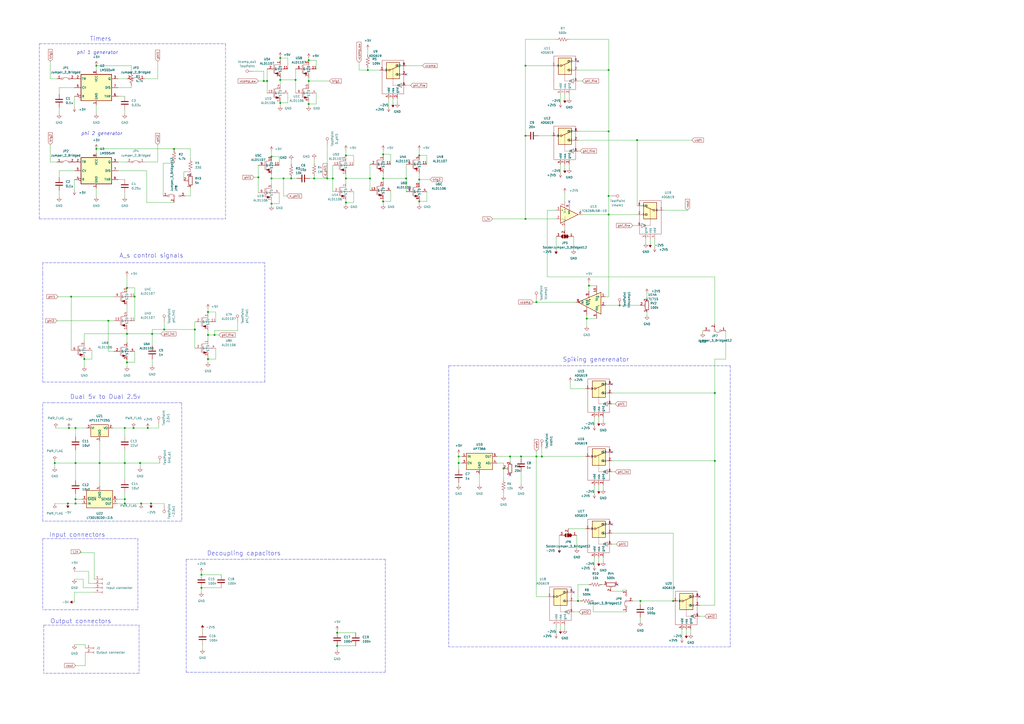
<source format=kicad_sch>
(kicad_sch (version 20211123) (generator eeschema)
  (paper "A2")
  (title_block (title "Single Spiking Neuron") (date "2022-08-23") (rev "1") (company "CIC - IPN"))
  (junction (at 222.25 103.505))
  (junction (at 162.56 46.355))
  (junction (at 200.66 103.505))
  (junction (at 95.25 191.135))
  (junction (at 213.36 40.64))
  (junction (at 43.815 292.1))
  (junction (at 43.815 268.605))
  (junction (at 340.36 184.785))
  (junction (at 162.56 33.655))
  (junction (at 304.8 127))
  (junction (at 73.66 193.675))
  (junction (at 414.655 227.965))
  (junction (at 43.815 248.285))
  (junction (at 235.585 103.505))
  (junction (at 78.105 172.085))
  (junction (at 353.06 40.64))
  (junction (at 73.66 210.185))
  (junction (at 72.39 268.605))
  (junction (at 62.865 186.055))
  (junction (at 214.63 103.505))
  (junction (at 120.65 208.28))
  (junction (at 390.525 348.615))
  (junction (at 149.86 102.87))
  (junction (at 39.37 292.1))
  (junction (at 40.005 248.285))
  (junction (at 81.28 268.605))
  (junction (at 314.325 264.795))
  (junction (at 124.46 194.31))
  (junction (at 154.94 46.99))
  (junction (at 113.03 191.135))
  (junction (at 353.06 124.46))
  (junction (at 304.8 78.74))
  (junction (at 189.865 103.505))
  (junction (at 222.25 89.535))
  (junction (at 179.07 46.99))
  (junction (at 302.26 264.795))
  (junction (at 200.66 117.475))
  (junction (at 341.63 165.735))
  (junction (at 157.48 118.11))
  (junction (at 295.91 264.795))
  (junction (at 311.15 175.26))
  (junction (at 162.56 59.69))
  (junction (at 243.205 90.17))
  (junction (at 73.66 167.005))
  (junction (at 31.75 268.605))
  (junction (at 182.245 103.505))
  (junction (at 371.475 348.615))
  (junction (at 87.63 292.1))
  (junction (at 179.07 60.325))
  (junction (at 243.205 116.84))
  (junction (at 120.65 194.31))
  (junction (at 292.1 271.78))
  (junction (at 359.41 177.165))
  (junction (at 43.815 289.56))
  (junction (at 243.205 104.14))
  (junction (at 153.035 46.99))
  (junction (at 266.065 268.605))
  (junction (at 55.88 38.1))
  (junction (at 157.48 103.505))
  (junction (at 81.915 292.1))
  (junction (at 171.45 46.355))
  (junction (at 120.65 180.975))
  (junction (at 195.58 367.03))
  (junction (at 88.265 193.675))
  (junction (at 414.655 267.335))
  (junction (at 100.965 86.36))
  (junction (at 193.04 103.505))
  (junction (at 353.06 76.2))
  (junction (at 311.15 264.795))
  (junction (at 335.28 348.615))
  (junction (at 200.66 90.17))
  (junction (at 57.785 268.605))
  (junction (at 195.58 374.65))
  (junction (at 55.88 86.36))
  (junction (at 48.895 208.28))
  (junction (at 304.8 38.1))
  (junction (at 222.25 116.84))
  (junction (at 77.47 248.285))
  (junction (at 266.065 264.795))
  (junction (at 179.07 34.925))
  (junction (at 116.84 340.995))
  (junction (at 72.39 292.1))
  (junction (at 41.275 172.085))
  (junction (at 164.465 103.505))
  (junction (at 157.48 90.805))
  (junction (at 168.91 103.505))
  (junction (at 116.84 333.375))
  (junction (at 353.06 113.665))
  (junction (at 72.39 289.56))
  (junction (at 72.39 248.285))
  (junction (at 369.57 81.28))
  (junction (at 85.725 248.285))
  (no_connect (at 330.2 116.84))
  (no_connect (at 332.74 343.535))
  (no_connect (at 405.765 346.075))
  (no_connect (at 354.965 304.165))
  (no_connect (at 354.965 222.885))
  (no_connect (at 354.965 262.255))
  (no_connect (at 295.91 275.59))
  (no_connect (at 358.14 339.09))
  (no_connect (at 335.28 35.56))
  (no_connect (at 235.585 43.18))
  (no_connect (at 110.49 100.965))
  (wire (pts (xy 354.965 227.965) (xy 414.655 227.965)))
  (wire (pts (xy 73.66 193.675) (xy 73.66 198.755)))
  (wire (pts (xy 113.03 191.135) (xy 113.03 201.93)))
  (wire (pts (xy 359.41 177.165) (xy 371.475 177.165)))
  (wire (pts (xy 195.58 374.65) (xy 195.58 377.19)))
  (wire (pts (xy 162.56 33.02) (xy 162.56 33.655)))
  (wire (pts (xy 55.88 109.22) (xy 55.88 114.3)))
  (polyline (pts (xy 24.765 312.42) (xy 24.765 353.695)))
  (wire (pts (xy 398.145 365.125) (xy 398.145 367.665)))
  (wire (pts (xy 88.265 193.675) (xy 88.265 191.135)))
  (wire (pts (xy 327.66 111.76) (xy 327.66 116.84)))
  (wire (pts (xy 225.425 57.15) (xy 225.425 62.23)))
  (wire (pts (xy 226.695 95.25) (xy 226.695 89.535)))
  (wire (pts (xy 53.34 208.28) (xy 48.895 208.28)))
  (wire (pts (xy 117.475 365.125) (xy 117.475 366.395)))
  (wire (pts (xy 243.205 116.84) (xy 243.205 116.205)))
  (polyline (pts (xy 80.01 312.42) (xy 80.01 353.695)))
  (wire (pts (xy 57.785 255.905) (xy 57.785 268.605)))
  (polyline (pts (xy 223.52 389.89) (xy 223.52 324.485)))
  (wire (pts (xy 353.06 113.665) (xy 354.965 113.665)))
  (wire (pts (xy 292.1 271.78) (xy 292.1 278.13)))
  (wire (pts (xy 43.815 268.605) (xy 31.75 268.605)))
  (wire (pts (xy 230.505 57.15) (xy 230.505 59.69)))
  (wire (pts (xy 124.46 191.77) (xy 124.46 194.31)))
  (wire (pts (xy 100.965 86.36) (xy 100.965 86.995)))
  (wire (pts (xy 327.66 132.08) (xy 327.66 133.35)))
  (wire (pts (xy 182.245 92.075) (xy 182.245 94.615)))
  (wire (pts (xy 335.28 348.615) (xy 336.55 348.615)))
  (wire (pts (xy 182.245 102.235) (xy 182.245 103.505)))
  (wire (pts (xy 47.625 289.56) (xy 43.815 289.56)))
  (wire (pts (xy 43.815 260.985) (xy 43.815 268.605)))
  (wire (pts (xy 375.285 180.975) (xy 375.285 182.88)))
  (wire (pts (xy 48.895 198.12) (xy 48.895 193.675)))
  (wire (pts (xy 193.04 103.505) (xy 193.04 111.125)))
  (wire (pts (xy 43.18 55.88) (xy 43.18 62.23)))
  (wire (pts (xy 226.695 110.49) (xy 226.695 116.84)))
  (wire (pts (xy 162.56 45.085) (xy 162.56 46.355)))
  (wire (pts (xy 110.49 108.585) (xy 110.49 113.665)))
  (wire (pts (xy 168.91 102.87) (xy 168.91 103.505)))
  (wire (pts (xy 222.25 116.84) (xy 222.25 115.57)))
  (wire (pts (xy 72.39 260.985) (xy 72.39 268.605)))
  (wire (pts (xy 344.805 241.935) (xy 344.805 247.015)))
  (wire (pts (xy 120.65 180.975) (xy 120.65 179.07)))
  (wire (pts (xy 247.65 111.125) (xy 247.65 116.84)))
  (wire (pts (xy 34.29 62.23) (xy 34.29 66.04)))
  (wire (pts (xy 332.74 137.16) (xy 332.74 144.78)))
  (wire (pts (xy 379.73 138.43) (xy 379.73 143.51)))
  (wire (pts (xy 167.005 33.655) (xy 162.56 33.655)))
  (wire (pts (xy 332.74 348.615) (xy 335.28 348.615)))
  (wire (pts (xy 162.56 46.355) (xy 162.56 48.895)))
  (wire (pts (xy 266.065 268.605) (xy 266.065 264.795)))
  (wire (pts (xy 43.815 248.285) (xy 50.165 248.285)))
  (wire (pts (xy 278.13 274.955) (xy 278.13 281.305)))
  (wire (pts (xy 344.805 281.305) (xy 344.805 286.385)))
  (wire (pts (xy 110.49 86.36) (xy 100.965 86.36)))
  (wire (pts (xy 354.965 315.595) (xy 357.505 315.595)))
  (wire (pts (xy 414.655 208.28) (xy 421.005 208.28)))
  (wire (pts (xy 179.07 33.655) (xy 179.07 34.925)))
  (wire (pts (xy 235.585 95.25) (xy 235.585 103.505)))
  (wire (pts (xy 317.5 160.655) (xy 317.5 121.92)))
  (wire (pts (xy 62.865 203.835) (xy 62.865 186.055)))
  (wire (pts (xy 267.97 268.605) (xy 266.065 268.605)))
  (wire (pts (xy 266.065 264.795) (xy 267.97 264.795)))
  (wire (pts (xy 304.8 38.1) (xy 304.8 78.74)))
  (wire (pts (xy 247.65 95.25) (xy 247.65 90.17)))
  (wire (pts (xy 266.065 268.605) (xy 266.065 272.415)))
  (wire (pts (xy 349.885 281.305) (xy 349.885 283.845)))
  (wire (pts (xy 34.29 110.49) (xy 34.29 114.3)))
  (wire (pts (xy 34.29 99.06) (xy 43.18 99.06)))
  (wire (pts (xy 137.795 186.69) (xy 137.795 191.77)))
  (wire (pts (xy 29.21 93.98) (xy 33.02 93.98)))
  (wire (pts (xy 76.2 49.53) (xy 76.2 50.8)))
  (wire (pts (xy 304.8 38.1) (xy 320.04 38.1)))
  (wire (pts (xy 31.75 267.335) (xy 31.75 268.605)))
  (wire (pts (xy 32.385 248.285) (xy 40.005 248.285)))
  (wire (pts (xy 95.25 293.37) (xy 95.25 292.1)))
  (wire (pts (xy 40.005 248.285) (xy 43.815 248.285)))
  (polyline (pts (xy 24.765 158.75) (xy 24.765 221.615)))
  (wire (pts (xy 347.345 281.305) (xy 347.345 283.845)))
  (wire (pts (xy 295.91 264.795) (xy 302.26 264.795)))
  (wire (pts (xy 214.63 103.505) (xy 214.63 110.49)))
  (wire (pts (xy 200.66 117.475) (xy 200.66 116.205)))
  (wire (pts (xy 200.66 103.505) (xy 214.63 103.505)))
  (wire (pts (xy 94.615 94.615) (xy 100.965 94.615)))
  (polyline (pts (xy 22.86 127) (xy 22.86 25.4)))
  (wire (pts (xy 125.095 180.975) (xy 120.65 180.975)))
  (wire (pts (xy 347.345 241.935) (xy 347.345 244.475)))
  (wire (pts (xy 43.18 104.14) (xy 43.18 110.49)))
  (wire (pts (xy 369.57 130.81) (xy 367.03 130.81)))
  (wire (pts (xy 29.21 83.82) (xy 29.21 93.98)))
  (wire (pts (xy 353.06 124.46) (xy 369.57 124.46)))
  (wire (pts (xy 327.66 95.25) (xy 327.66 97.79)))
  (polyline (pts (xy 423.545 375.285) (xy 260.35 375.285)))
  (polyline (pts (xy 260.35 212.09) (xy 423.545 212.09)))
  (wire (pts (xy 120.65 194.31) (xy 120.65 196.85)))
  (wire (pts (xy 179.07 60.325) (xy 179.07 61.595)))
  (wire (pts (xy 247.65 90.17) (xy 243.205 90.17)))
  (wire (pts (xy 65.405 248.285) (xy 72.39 248.285)))
  (wire (pts (xy 167.005 59.69) (xy 162.56 59.69)))
  (polyline (pts (xy 24.765 233.68) (xy 30.48 233.68)))
  (wire (pts (xy 85.09 117.475) (xy 85.09 99.06)))
  (wire (pts (xy 340.36 184.785) (xy 340.36 189.23)))
  (wire (pts (xy 31.75 268.605) (xy 31.75 271.145)))
  (polyline (pts (xy 22.86 25.4) (xy 130.81 25.4)))
  (wire (pts (xy 400.685 365.125) (xy 400.685 367.665)))
  (wire (pts (xy 183.515 34.925) (xy 179.07 34.925)))
  (wire (pts (xy 72.39 289.56) (xy 72.39 292.1)))
  (wire (pts (xy 407.67 191.77) (xy 407.67 193.04)))
  (wire (pts (xy 72.39 248.285) (xy 77.47 248.285)))
  (wire (pts (xy 222.25 116.84) (xy 222.25 118.745)))
  (wire (pts (xy 146.685 41.275) (xy 153.035 41.275)))
  (wire (pts (xy 325.12 362.585) (xy 325.12 365.125)))
  (wire (pts (xy 349.885 323.215) (xy 349.885 325.755)))
  (wire (pts (xy 339.725 264.795) (xy 314.325 264.795)))
  (wire (pts (xy 344.17 354.965) (xy 344.17 348.615)))
  (wire (pts (xy 153.035 41.275) (xy 153.035 46.99)))
  (wire (pts (xy 222.25 89.535) (xy 222.25 90.17)))
  (wire (pts (xy 68.58 93.98) (xy 73.66 93.98)))
  (wire (pts (xy 91.44 93.98) (xy 91.44 83.82)))
  (wire (pts (xy 288.29 268.605) (xy 292.1 268.605)))
  (wire (pts (xy 83.82 45.72) (xy 91.44 45.72)))
  (wire (pts (xy 81.28 268.605) (xy 92.71 268.605)))
  (wire (pts (xy 327.66 362.585) (xy 327.66 365.125)))
  (wire (pts (xy 325.12 54.61) (xy 325.12 59.69)))
  (wire (pts (xy 213.36 28.575) (xy 213.36 31.75)))
  (wire (pts (xy 149.86 102.87) (xy 149.86 111.76)))
  (wire (pts (xy 46.355 320.675) (xy 46.355 320.04)))
  (wire (pts (xy 200.66 90.17) (xy 200.66 90.805)))
  (wire (pts (xy 200.66 100.965) (xy 200.66 103.505)))
  (wire (pts (xy 78.105 203.835) (xy 78.105 210.185)))
  (wire (pts (xy 335.28 40.64) (xy 353.06 40.64)))
  (wire (pts (xy 55.88 38.1) (xy 55.88 40.64)))
  (wire (pts (xy 335.28 76.2) (xy 353.06 76.2)))
  (wire (pts (xy 311.15 261.62) (xy 311.15 264.795)))
  (wire (pts (xy 54.61 338.455) (xy 51.435 338.455)))
  (wire (pts (xy 322.58 362.585) (xy 322.58 367.665)))
  (wire (pts (xy 171.45 46.355) (xy 171.45 53.975)))
  (wire (pts (xy 354.965 309.245) (xy 390.525 309.245)))
  (wire (pts (xy 353.06 40.64) (xy 353.06 76.2)))
  (wire (pts (xy 351.155 172.085) (xy 353.06 172.085)))
  (wire (pts (xy 414.655 227.965) (xy 414.655 267.335)))
  (wire (pts (xy 340.36 182.88) (xy 340.36 184.785)))
  (wire (pts (xy 374.65 138.43) (xy 374.65 140.97)))
  (wire (pts (xy 154.94 40.005) (xy 154.94 46.99)))
  (wire (pts (xy 157.48 118.11) (xy 157.48 119.38)))
  (wire (pts (xy 311.15 173.355) (xy 311.15 175.26)))
  (wire (pts (xy 369.57 81.28) (xy 369.57 119.38)))
  (wire (pts (xy 76.2 41.91) (xy 76.2 38.1)))
  (polyline (pts (xy 105.41 233.68) (xy 105.41 302.26)))
  (wire (pts (xy 88.265 208.28) (xy 88.265 212.09)))
  (wire (pts (xy 311.15 175.26) (xy 309.245 175.26)))
  (polyline (pts (xy 25.4 362.585) (xy 80.645 362.585)))
  (wire (pts (xy 314.325 264.795) (xy 311.15 264.795)))
  (wire (pts (xy 330.2 95.25) (xy 330.2 97.79)))
  (wire (pts (xy 48.895 193.675) (xy 73.66 193.675)))
  (wire (pts (xy 43.815 268.605) (xy 43.815 278.765)))
  (wire (pts (xy 371.475 348.615) (xy 371.475 350.52)))
  (wire (pts (xy 222.25 100.33) (xy 222.25 103.505)))
  (wire (pts (xy 375.285 170.18) (xy 375.285 173.355)))
  (wire (pts (xy 147.32 102.87) (xy 149.86 102.87)))
  (wire (pts (xy 164.465 113.665) (xy 164.465 103.505)))
  (wire (pts (xy 334.645 310.515) (xy 334.645 318.135)))
  (wire (pts (xy 49.53 374.015) (xy 43.18 374.015)))
  (wire (pts (xy 167.005 53.975) (xy 167.005 59.69)))
  (wire (pts (xy 34.29 50.8) (xy 34.29 54.61)))
  (wire (pts (xy 106.68 99.695) (xy 106.68 104.775)))
  (wire (pts (xy 302.26 264.795) (xy 311.15 264.795)))
  (wire (pts (xy 285.75 127) (xy 304.8 127)))
  (wire (pts (xy 335.28 46.99) (xy 337.82 46.99)))
  (wire (pts (xy 46.355 320.04) (xy 46.99 320.04)))
  (polyline (pts (xy 130.81 25.4) (xy 130.81 127)))
  (wire (pts (xy 330.835 225.425) (xy 330.835 221.615)))
  (wire (pts (xy 72.39 285.75) (xy 72.39 289.56)))
  (wire (pts (xy 72.39 292.1) (xy 67.945 292.1)))
  (wire (pts (xy 349.25 339.09) (xy 350.52 339.09)))
  (wire (pts (xy 317.5 121.92) (xy 322.58 121.92)))
  (wire (pts (xy 335.28 339.09) (xy 341.63 339.09)))
  (wire (pts (xy 351.155 177.165) (xy 359.41 177.165)))
  (wire (pts (xy 49.53 375.92) (xy 49.53 374.015)))
  (wire (pts (xy 54.61 343.535) (xy 43.18 343.535)))
  (wire (pts (xy 33.655 172.085) (xy 41.275 172.085)))
  (wire (pts (xy 166.37 113.665) (xy 164.465 113.665)))
  (wire (pts (xy 312.42 78.74) (xy 320.04 78.74)))
  (wire (pts (xy 363.22 354.965) (xy 344.17 354.965)))
  (wire (pts (xy 161.925 90.805) (xy 157.48 90.805)))
  (wire (pts (xy 43.815 292.1) (xy 47.625 292.1)))
  (wire (pts (xy 330.2 54.61) (xy 330.2 57.15)))
  (wire (pts (xy 120.65 208.28) (xy 120.65 210.185)))
  (wire (pts (xy 161.925 95.885) (xy 161.925 90.805)))
  (wire (pts (xy 162.56 33.655) (xy 162.56 34.925)))
  (wire (pts (xy 235.585 38.1) (xy 245.11 38.1)))
  (wire (pts (xy 304.8 127) (xy 322.58 127)))
  (wire (pts (xy 157.48 118.11) (xy 157.48 116.84)))
  (wire (pts (xy 120.65 207.01) (xy 120.65 208.28)))
  (wire (pts (xy 73.66 160.02) (xy 73.66 167.005)))
  (wire (pts (xy 81.28 271.145) (xy 81.28 268.605)))
  (wire (pts (xy 167.005 40.005) (xy 167.005 33.655)))
  (wire (pts (xy 361.315 342.9) (xy 354.33 342.9)))
  (polyline (pts (xy 30.48 233.68) (xy 105.41 233.68)))
  (wire (pts (xy 361.315 342.265) (xy 361.315 342.9)))
  (wire (pts (xy 266.065 263.525) (xy 266.065 264.795)))
  (wire (pts (xy 226.695 89.535) (xy 222.25 89.535)))
  (wire (pts (xy 78.105 210.185) (xy 73.66 210.185)))
  (wire (pts (xy 41.275 172.085) (xy 41.275 203.2)))
  (wire (pts (xy 88.265 191.135) (xy 95.25 191.135)))
  (wire (pts (xy 208.28 36.195) (xy 208.28 40.64)))
  (polyline (pts (xy 80.01 353.695) (xy 24.765 353.695)))
  (wire (pts (xy 34.29 99.06) (xy 34.29 102.87)))
  (wire (pts (xy 125.095 186.69) (xy 125.095 180.975)))
  (wire (pts (xy 183.515 60.325) (xy 179.07 60.325)))
  (wire (pts (xy 193.04 95.885) (xy 193.04 103.505)))
  (wire (pts (xy 73.66 193.675) (xy 88.265 193.675)))
  (wire (pts (xy 157.48 100.965) (xy 157.48 103.505)))
  (wire (pts (xy 120.65 191.77) (xy 120.65 194.31)))
  (wire (pts (xy 226.695 116.84) (xy 222.25 116.84)))
  (wire (pts (xy 110.49 92.075) (xy 110.49 86.36)))
  (wire (pts (xy 55.88 60.96) (xy 55.88 66.04)))
  (wire (pts (xy 49.53 378.46) (xy 49.53 386.08)))
  (wire (pts (xy 92.075 248.285) (xy 85.725 248.285)))
  (wire (pts (xy 95.25 191.135) (xy 113.03 191.135)))
  (wire (pts (xy 72.39 292.1) (xy 81.915 292.1)))
  (wire (pts (xy 73.66 191.135) (xy 73.66 193.675)))
  (wire (pts (xy 54.61 320.675) (xy 46.355 320.675)))
  (wire (pts (xy 205.105 117.475) (xy 200.66 117.475)))
  (polyline (pts (xy 22.86 127) (xy 130.81 127)))
  (wire (pts (xy 116.84 332.105) (xy 116.84 333.375)))
  (wire (pts (xy 73.66 208.915) (xy 73.66 210.185)))
  (wire (pts (xy 205.105 90.17) (xy 200.66 90.17)))
  (wire (pts (xy 354.965 273.685) (xy 356.87 273.685)))
  (wire (pts (xy 208.28 40.64) (xy 213.36 40.64)))
  (wire (pts (xy 157.48 103.505) (xy 164.465 103.505)))
  (polyline (pts (xy 24.765 152.4) (xy 24.765 158.75)))
  (polyline (pts (xy 107.95 389.89) (xy 223.52 389.89)))
  (wire (pts (xy 116.84 333.375) (xy 128.27 333.375)))
  (wire (pts (xy 295.91 264.795) (xy 295.91 267.97)))
  (wire (pts (xy 414.655 351.155) (xy 405.765 351.155)))
  (wire (pts (xy 213.36 40.64) (xy 213.36 39.37)))
  (wire (pts (xy 322.58 137.16) (xy 322.58 144.78)))
  (wire (pts (xy 354.965 234.315) (xy 356.87 234.315)))
  (wire (pts (xy 100.965 117.475) (xy 85.09 117.475)))
  (wire (pts (xy 179.07 45.085) (xy 179.07 46.99)))
  (wire (pts (xy 55.88 86.36) (xy 100.965 86.36)))
  (wire (pts (xy 179.07 59.055) (xy 179.07 60.325)))
  (wire (pts (xy 335.28 81.28) (xy 369.57 81.28)))
  (wire (pts (xy 41.275 172.085) (xy 66.04 172.085)))
  (wire (pts (xy 367.03 348.615) (xy 371.475 348.615)))
  (wire (pts (xy 322.58 22.86) (xy 304.8 22.86)))
  (wire (pts (xy 33.02 186.055) (xy 62.865 186.055)))
  (wire (pts (xy 182.245 103.505) (xy 189.865 103.505)))
  (wire (pts (xy 243.205 100.33) (xy 243.205 104.14)))
  (wire (pts (xy 162.56 46.355) (xy 171.45 46.355)))
  (polyline (pts (xy 24.765 312.42) (xy 80.01 312.42)))
  (wire (pts (xy 353.06 22.86) (xy 330.2 22.86)))
  (wire (pts (xy 200.66 103.505) (xy 200.66 106.045)))
  (wire (pts (xy 78.105 172.085) (xy 78.105 186.055)))
  (wire (pts (xy 157.48 87.63) (xy 157.48 90.805)))
  (wire (pts (xy 235.585 49.53) (xy 238.125 49.53)))
  (wire (pts (xy 353.06 113.665) (xy 353.06 124.46)))
  (wire (pts (xy 154.94 46.99) (xy 154.94 53.975)))
  (wire (pts (xy 302.26 264.795) (xy 302.26 266.065)))
  (wire (pts (xy 335.28 348.615) (xy 335.28 339.09)))
  (wire (pts (xy 384.81 121.92) (xy 398.78 121.92)))
  (wire (pts (xy 157.48 103.505) (xy 157.48 106.68)))
  (polyline (pts (xy 423.545 212.09) (xy 423.545 375.285)))
  (wire (pts (xy 327.66 54.61) (xy 327.66 57.15)))
  (wire (pts (xy 183.515 53.975) (xy 183.515 60.325)))
  (wire (pts (xy 179.705 103.505) (xy 182.245 103.505)))
  (wire (pts (xy 200.66 117.475) (xy 200.66 118.745)))
  (wire (pts (xy 200.66 86.995) (xy 200.66 90.17)))
  (polyline (pts (xy 260.35 212.09) (xy 260.35 375.285)))
  (wire (pts (xy 405.765 357.505) (xy 408.94 357.505)))
  (wire (pts (xy 57.785 268.605) (xy 57.785 281.94)))
  (wire (pts (xy 54.61 340.995) (xy 48.26 340.995)))
  (wire (pts (xy 29.21 35.56) (xy 29.21 45.72)))
  (wire (pts (xy 235.585 103.505) (xy 235.585 111.125)))
  (wire (pts (xy 120.65 194.31) (xy 124.46 194.31)))
  (wire (pts (xy 55.88 86.36) (xy 55.88 88.9)))
  (wire (pts (xy 48.895 208.28) (xy 48.895 212.725)))
  (wire (pts (xy 62.865 186.055) (xy 66.04 186.055)))
  (wire (pts (xy 51.435 331.47) (xy 43.18 331.47)))
  (wire (pts (xy 414.655 208.28) (xy 414.655 227.965)))
  (wire (pts (xy 304.8 78.74) (xy 304.8 127)))
  (wire (pts (xy 347.345 323.215) (xy 347.345 325.755)))
  (wire (pts (xy 189.865 103.505) (xy 193.04 103.505)))
  (wire (pts (xy 87.63 292.1) (xy 81.915 292.1)))
  (wire (pts (xy 344.805 323.215) (xy 344.805 328.295)))
  (wire (pts (xy 371.475 358.14) (xy 371.475 360.68)))
  (wire (pts (xy 76.2 50.8) (xy 68.58 50.8)))
  (wire (pts (xy 72.39 268.605) (xy 57.785 268.605)))
  (wire (pts (xy 247.65 116.84) (xy 243.205 116.84)))
  (wire (pts (xy 78.105 167.005) (xy 73.66 167.005)))
  (wire (pts (xy 76.2 38.1) (xy 55.88 38.1)))
  (wire (pts (xy 179.07 46.99) (xy 179.07 48.895)))
  (wire (pts (xy 95.25 292.1) (xy 87.63 292.1)))
  (wire (pts (xy 43.18 343.535) (xy 43.18 349.25)))
  (wire (pts (xy 66.04 203.835) (xy 62.865 203.835)))
  (wire (pts (xy 243.205 104.14) (xy 249.555 104.14)))
  (wire (pts (xy 72.39 248.285) (xy 72.39 253.365)))
  (polyline (pts (xy 153.67 221.615) (xy 153.67 152.4)))
  (wire (pts (xy 43.815 289.56) (xy 43.815 286.385)))
  (wire (pts (xy 125.095 208.28) (xy 120.65 208.28)))
  (wire (pts (xy 125.095 201.93) (xy 125.095 208.28)))
  (wire (pts (xy 332.74 354.965) (xy 335.915 354.965)))
  (wire (pts (xy 214.63 95.25) (xy 214.63 103.505)))
  (wire (pts (xy 390.525 309.245) (xy 390.525 348.615)))
  (wire (pts (xy 72.39 111.76) (xy 72.39 114.3)))
  (wire (pts (xy 67.945 289.56) (xy 72.39 289.56)))
  (wire (pts (xy 117.475 374.015) (xy 117.475 376.555)))
  (polyline (pts (xy 107.95 324.485) (xy 107.95 389.89)))
  (wire (pts (xy 222.25 103.505) (xy 222.25 105.41)))
  (wire (pts (xy 314.325 259.08) (xy 314.325 264.795)))
  (wire (pts (xy 334.01 175.26) (xy 311.15 175.26)))
  (polyline (pts (xy 153.67 152.4) (xy 24.765 152.4)))
  (wire (pts (xy 421.005 208.28) (xy 421.005 191.77)))
  (wire (pts (xy 325.12 95.25) (xy 325.12 100.33)))
  (wire (pts (xy 339.725 225.425) (xy 330.835 225.425)))
  (wire (pts (xy 349.885 241.935) (xy 349.885 244.475)))
  (wire (pts (xy 172.085 103.505) (xy 168.91 103.505)))
  (wire (pts (xy 88.265 193.675) (xy 93.345 193.675)))
  (wire (pts (xy 68.58 104.14) (xy 72.39 104.14)))
  (wire (pts (xy 68.58 99.06) (xy 85.09 99.06)))
  (wire (pts (xy 195.58 374.65) (xy 206.375 374.65)))
  (wire (pts (xy 340.36 184.785) (xy 346.075 184.785)))
  (wire (pts (xy 110.49 99.695) (xy 106.68 99.695)))
  (wire (pts (xy 161.925 111.76) (xy 161.925 118.11)))
  (wire (pts (xy 407.67 191.77) (xy 408.305 191.77)))
  (polyline (pts (xy 80.645 390.525) (xy 25.4 390.525)))
  (wire (pts (xy 195.58 365.76) (xy 195.58 367.03)))
  (wire (pts (xy 353.06 124.46) (xy 353.06 172.085)))
  (wire (pts (xy 243.205 104.14) (xy 243.205 106.045)))
  (polyline (pts (xy 25.4 362.585) (xy 25.4 390.525)))
  (wire (pts (xy 311.15 264.795) (xy 311.15 346.075)))
  (wire (pts (xy 371.475 348.615) (xy 390.525 348.615)))
  (polyline (pts (xy 80.645 362.585) (xy 80.645 390.525)))
  (wire (pts (xy 73.66 210.185) (xy 73.66 212.725)))
  (wire (pts (xy 92.075 245.745) (xy 92.075 248.285)))
  (wire (pts (xy 189.865 83.82) (xy 189.865 103.505)))
  (wire (pts (xy 311.15 346.075) (xy 317.5 346.075)))
  (wire (pts (xy 29.21 45.72) (xy 33.02 45.72)))
  (wire (pts (xy 353.06 22.86) (xy 353.06 40.64)))
  (wire (pts (xy 57.785 268.605) (xy 43.815 268.605)))
  (wire (pts (xy 341.63 165.735) (xy 341.63 168.91)))
  (wire (pts (xy 48.26 340.995) (xy 48.26 335.915)))
  (wire (pts (xy 72.39 268.605) (xy 72.39 278.13)))
  (polyline (pts (xy 24.765 302.26) (xy 24.765 233.68)))
  (wire (pts (xy 162.56 59.69) (xy 162.56 61.595)))
  (wire (pts (xy 149.86 46.99) (xy 153.035 46.99)))
  (wire (pts (xy 354.965 267.335) (xy 414.655 267.335)))
  (wire (pts (xy 39.37 292.1) (xy 43.815 292.1)))
  (wire (pts (xy 164.465 103.505) (xy 168.91 103.505)))
  (wire (pts (xy 162.56 59.055) (xy 162.56 59.69)))
  (wire (pts (xy 43.18 335.915) (xy 48.26 335.915)))
  (polyline (pts (xy 105.41 302.26) (xy 24.765 302.26)))
  (wire (pts (xy 83.82 93.98) (xy 91.44 93.98)))
  (wire (pts (xy 179.07 46.99) (xy 191.135 46.99)))
  (wire (pts (xy 337.82 124.46) (xy 353.06 124.46)))
  (wire (pts (xy 120.65 180.975) (xy 120.65 181.61)))
  (wire (pts (xy 288.29 264.795) (xy 295.91 264.795)))
  (wire (pts (xy 168.91 92.71) (xy 168.91 95.25)))
  (wire (pts (xy 195.58 367.03) (xy 206.375 367.03)))
  (wire (pts (xy 292.1 268.605) (xy 292.1 271.78)))
  (wire (pts (xy 222.25 103.505) (xy 235.585 103.505)))
  (wire (pts (xy 113.03 186.69) (xy 113.03 191.135)))
  (wire (pts (xy 395.605 365.125) (xy 395.605 370.205)))
  (wire (pts (xy 53.34 203.2) (xy 53.34 208.28)))
  (wire (pts (xy 414.655 160.655) (xy 317.5 160.655)))
  (wire (pts (xy 243.205 86.995) (xy 243.205 90.17)))
  (wire (pts (xy 31.75 292.1) (xy 39.37 292.1)))
  (polyline (pts (xy 24.765 221.615) (xy 153.67 221.615)))
  (wire (pts (xy 73.66 177.165) (xy 73.66 180.975)))
  (wire (pts (xy 161.925 118.11) (xy 157.48 118.11)))
  (wire (pts (xy 94.615 113.665) (xy 94.615 94.615)))
  (wire (pts (xy 266.065 280.035) (xy 266.065 281.305)))
  (wire (pts (xy 183.515 40.005) (xy 183.515 34.925)))
  (wire (pts (xy 414.655 160.655) (xy 414.655 187.96)))
  (wire (pts (xy 205.105 111.125) (xy 205.105 117.475)))
  (wire (pts (xy 49.53 386.08) (xy 43.815 386.08)))
  (wire (pts (xy 329.565 306.705) (xy 339.725 306.705)))
  (wire (pts (xy 369.57 81.28) (xy 401.32 81.28)))
  (wire (pts (xy 335.28 87.63) (xy 336.55 87.63)))
  (wire (pts (xy 149.86 95.885) (xy 149.86 102.87)))
  (wire (pts (xy 324.485 310.515) (xy 324.485 318.135)))
  (wire (pts (xy 171.45 40.005) (xy 171.45 46.355)))
  (wire (pts (xy 304.8 22.86) (xy 304.8 38.1)))
  (wire (pts (xy 116.84 340.995) (xy 128.27 340.995)))
  (wire (pts (xy 88.265 193.675) (xy 88.265 200.66)))
  (wire (pts (xy 68.58 55.88) (xy 72.39 55.88)))
  (wire (pts (xy 341.63 165.735) (xy 341.63 163.83)))
  (wire (pts (xy 363.22 342.265) (xy 361.315 342.265)))
  (wire (pts (xy 85.725 248.285) (xy 77.47 248.285)))
  (wire (pts (xy 43.815 248.285) (xy 43.815 253.365)))
  (wire (pts (xy 91.44 45.72) (xy 91.44 35.56)))
  (wire (pts (xy 78.105 167.005) (xy 78.105 172.085)))
  (wire (pts (xy 81.28 268.605) (xy 72.39 268.605)))
  (wire (pts (xy 72.39 63.5) (xy 72.39 66.04)))
  (wire (pts (xy 51.435 338.455) (xy 51.435 331.47)))
  (polyline (pts (xy 107.95 324.485) (xy 223.52 324.485)))
  (wire (pts (xy 222.25 86.995) (xy 222.25 89.535)))
  (wire (pts (xy 137.795 191.77) (xy 124.46 191.77)))
  (wire (pts (xy 34.29 50.8) (xy 43.18 50.8)))
  (wire (pts (xy 68.58 45.72) (xy 73.66 45.72)))
  (wire (pts (xy 95.25 186.69) (xy 95.25 191.135)))
  (wire (pts (xy 377.19 138.43) (xy 377.19 140.97)))
  (wire (pts (xy 54.61 335.915) (xy 54.61 320.675)))
  (wire (pts (xy 116.84 340.995) (xy 116.84 343.535)))
  (wire (pts (xy 205.105 95.885) (xy 205.105 90.17)))
  (wire (pts (xy 153.035 46.99) (xy 154.94 46.99)))
  (wire (pts (xy 353.06 76.2) (xy 353.06 113.665)))
  (wire (pts (xy 220.345 40.64) (xy 213.36 40.64)))
  (wire (pts (xy 227.965 57.15) (xy 227.965 59.69)))
  (wire (pts (xy 292.1 285.75) (xy 292.1 287.655)))
  (wire (pts (xy 302.26 273.685) (xy 302.26 281.305)))
  (wire (pts (xy 43.815 289.56) (xy 43.815 292.1)))
  (wire (pts (xy 124.46 194.31) (xy 127 194.31)))
  (wire (pts (xy 110.49 113.665) (xy 107.315 113.665)))
  (wire (pts (xy 243.205 116.84) (xy 243.205 118.745)))
  (wire (pts (xy 346.075 165.735) (xy 341.63 165.735)))
  (wire (pts (xy 414.655 267.335) (xy 414.655 351.155)))
  (text "Timers" (at 52.07 24.13 0) (effects (font (size 2.54 2.54)) (justify left bottom)))
  (text "Output connectors" (at 29.21 361.95 0) (effects (font (size 2.54 2.54)) (justify left bottom)))
  (text "Spiking generenator\n" (at 326.39 210.185 0) (effects (font (size 2.54 2.54)) (justify left bottom)))
  (text "Input connectors" (at 28.575 311.785 0) (effects (font (size 2.54 2.54)) (justify left bottom)))
  (text "Dual 5v to Dual 2.5v" (at 40.64 231.775 0) (effects (font (size 2.54 2.54)) (justify left bottom)))
  (text "Decoupling capacitors" (at 120.015 322.58 0) (effects (font (size 2.54 2.54)) (justify left bottom)))
  (text "A_s control signals" (at 69.215 149.86 0) (effects (font (size 2.54 2.54)) (justify left bottom)))
  (text "phi 1 generator\n" (at 44.45 31.75 0) (effects (font (size 2 2) italic) (justify left bottom)))
  (text "phi 2 generator\n" (at 46.99 78.74 0) (effects (font (size 2 2) italic) (justify left bottom)))
  (global_label "phi_fire" (shape input) (at 127 194.31 0) (property "Intersheet References" "${INTERSHEET_REFS}" (effects hide)))
  (global_label "vout" (shape input) (at 43.815 386.08 180) (property "Intersheet References" "${INTERSHEET_REFS}" (effects hide)))
  (global_label "phi2" (shape input) (at 91.44 83.82 90) (property "Intersheet References" "${INTERSHEET_REFS}" (effects hide)))
  (global_label "I_in" (shape input) (at 46.99 320.04 180) (property "Intersheet References" "${INTERSHEET_REFS}" (effects hide)))
  (global_label "phi1" (shape input) (at 147.32 102.87 180) (property "Intersheet References" "${INTERSHEET_REFS}" (effects hide)))
  (global_label "trig1" (shape input) (at 29.21 35.56 90) (property "Intersheet References" "${INTERSHEET_REFS}" (effects hide)))
  (global_label "I_in" (shape input) (at 285.75 127 180) (property "Intersheet References" "${INTERSHEET_REFS}" (effects hide)))
  (global_label "phi_fire" (shape input) (at 336.55 87.63 0) (property "Intersheet References" "${INTERSHEET_REFS}" (effects hide)))
  (global_label "vout" (shape input) (at 398.78 121.92 90) (property "Intersheet References" "${INTERSHEET_REFS}" (effects hide)))
  (global_label "vcomp" (shape input) (at 245.11 38.1 0) (property "Intersheet References" "${INTERSHEET_REFS}" (effects hide)))
  (global_label "phi1" (shape input) (at 91.44 35.56 90) (property "Intersheet References" "${INTERSHEET_REFS}" (effects hide)))
  (global_label "vcomp" (shape input) (at 309.245 175.26 180) (property "Intersheet References" "${INTERSHEET_REFS}" (effects hide)))
  (global_label "trig2" (shape input) (at 29.21 83.82 90) (property "Intersheet References" "${INTERSHEET_REFS}" (effects hide)))
  (global_label "vrefr" (shape input) (at 401.32 81.28 0) (property "Intersheet References" "${INTERSHEET_REFS}" (effects hide)))
  (global_label "phi1" (shape input) (at 33.655 172.085 180) (property "Intersheet References" "${INTERSHEET_REFS}" (effects hide)))
  (global_label "phi2" (shape input) (at 33.02 186.055 180) (property "Intersheet References" "${INTERSHEET_REFS}" (effects hide)))
  (global_label "d_phi1" (shape input) (at 188.595 103.505 90) (property "Intersheet References" "${INTERSHEET_REFS}" (effects hide)))
  (global_label "vcomp_sw" (shape input) (at 149.86 46.99 180) (property "Intersheet References" "${INTERSHEET_REFS}" (effects hide)))
  (global_label "phi_fire" (shape input) (at 367.03 130.81 180) (property "Intersheet References" "${INTERSHEET_REFS}" (effects hide)))
  (global_label "n_phi1" (shape input) (at 166.37 113.665 0) (property "Intersheet References" "${INTERSHEET_REFS}" (effects hide)))
  (global_label "phi_int" (shape input) (at 356.87 273.685 0) (property "Intersheet References" "${INTERSHEET_REFS}" (effects hide)))
  (global_label "trig2" (shape input) (at 249.555 104.14 0) (property "Intersheet References" "${INTERSHEET_REFS}" (effects hide)))
  (global_label "vrefr" (shape input) (at 311.15 261.62 90) (property "Intersheet References" "${INTERSHEET_REFS}" (effects hide)))
  (global_label "phi1" (shape input) (at 357.505 315.595 0) (property "Intersheet References" "${INTERSHEET_REFS}" (effects hide)))
  (global_label "phi_fire" (shape input) (at 238.125 49.53 0) (property "Intersheet References" "${INTERSHEET_REFS}" (effects hide)))
  (global_label "phi_int" (shape input) (at 93.345 193.675 0) (property "Intersheet References" "${INTERSHEET_REFS}" (effects hide)))
  (global_label "phi2" (shape input) (at 408.94 357.505 0) (property "Intersheet References" "${INTERSHEET_REFS}" (effects hide)))
  (global_label "vcomp_sw" (shape input) (at 208.28 36.195 90) (property "Intersheet References" "${INTERSHEET_REFS}" (effects hide)))
  (global_label "phi1" (shape input) (at 356.87 234.315 0) (property "Intersheet References" "${INTERSHEET_REFS}" (effects hide)))
  (global_label "phi_fire" (shape input) (at 337.82 46.99 0) (property "Intersheet References" "${INTERSHEET_REFS}" (effects hide)))
  (global_label "trig1" (shape input) (at 191.135 46.99 0) (property "Intersheet References" "${INTERSHEET_REFS}" (effects hide)))
  (global_label "phi2" (shape input) (at 335.915 354.965 0) (property "Intersheet References" "${INTERSHEET_REFS}" (effects hide)))
  (symbol (lib_id "ALD_MOS:ALD1107") (at 240.03 90.805 0) (unit 2)
    (property "Reference" "U4" (at 255.27 90.9193 0))
    (property "Value" "ALD1107" (at 255.27 93.4593 0))
    (property "Footprint" "Package_SO:SOIC-14_3.9x8.7mm_P1.27mm" (effects hide))
    (property "Datasheet" "https://www.aldinc.com/pdf/ALD1107.pdf" (effects hide))
  )
  (symbol (lib_id "power:+5V") (at 43.18 331.47 0) (unit 1)
    (property "Reference" "#PWR0102" (effects hide))
    (property "Value" "+5V" (at 43.18 326.39 0))
  )
  (symbol (lib_id "Device:R_Potentiometer_Trim") (at 354.33 339.09 270) (unit 1)
    (property "Reference" "RV4" (at 354.33 332.74 90))
    (property "Value" "500k" (at 354.33 335.28 90))
    (property "Footprint" "Potentiometer_THT:Potentiometer_Bourns_3296Y_Vertical" (effects hide))
  )
  (symbol (lib_id "Jumper:Jumper_2_Bridged") (at 38.1 93.98 0) (unit 1)
    (property "Reference" "JP2" (at 38.1 87.63 0))
    (property "Value" "Jumper_2_Bridged" (at 38.1 90.17 0))
    (property "Footprint" "TestPoint:TestPoint_2Pads_Pitch2.54mm_Drill0.8mm" (effects hide))
  )
  (symbol (lib_id "Timer:LM555xM") (at 55.88 50.8 0) (unit 1)
    (property "Reference" "U2" (at 57.8994 38.1 0) (effects (justify left)))
    (property "Value" "LM555xM" (at 57.8994 40.64 0) (effects (justify left)))
    (property "Footprint" "Package_SO:SOIC-8_3.9x4.9mm_P1.27mm" (effects hide))
    (property "Datasheet" "http://www.ti.com/lit/ds/symlink/lm555.pdf" (effects hide))
  )
  (symbol (lib_id "ALD_MOS:ALD1107") (at 197.485 91.44 0) (unit 4)
    (property "Reference" "U5" (at 194.945 89.535 0))
    (property "Value" "ALD1107" (at 194.945 92.075 0))
    (property "Footprint" "Package_SO:SOIC-14_3.9x8.7mm_P1.27mm" (effects hide))
    (property "Datasheet" "https://www.aldinc.com/pdf/ALD1107.pdf" (effects hide))
  )
  (symbol (lib_id "power:GND") (at 81.28 271.145 0) (unit 1)
    (property "Reference" "#PWR080" (effects hide))
    (property "Value" "GND" (at 81.28 276.225 0))
  )
  (symbol (lib_id "Device:R_US") (at 213.36 35.56 180) (unit 1)
    (property "Reference" "R5" (at 215.9 34.2899 0) (effects (justify right)))
    (property "Value" "109k" (at 215.9 36.8299 0) (effects (justify right)))
    (property "Footprint" "Resistor_SMD:R_0402_1005Metric" (effects hide))
  )
  (symbol (lib_id "power:GND") (at 332.74 144.78 0) (mirror y) (unit 1)
    (property "Reference" "#PWR054" (effects hide))
    (property "Value" "GND" (at 332.74 149.86 0))
  )
  (symbol (lib_id "power:+5V") (at 266.065 263.525 0) (unit 1)
    (property "Reference" "#PWR039" (effects hide))
    (property "Value" "+5V" (at 266.065 258.445 0))
  )
  (symbol (lib_id "Device:C") (at 72.39 257.175 0) (unit 1)
    (property "Reference" "C13" (at 75.565 255.9049 0) (effects (justify left)))
    (property "Value" "22uf" (at 75.565 258.4449 0) (effects (justify left)))
    (property "Footprint" "Capacitor_SMD:C_0603_1608Metric" (effects hide))
  )
  (symbol (lib_id "ALD_MOS:ALD1106") (at 197.485 106.045 0) (unit 1)
    (property "Reference" "U1" (at 194.31 113.03 0))
    (property "Value" "ALD1106" (at 194.31 115.57 0))
    (property "Footprint" "Package_SO:SOIC-14_3.9x8.7mm_P1.27mm" (effects hide))
    (property "Datasheet" "https://www.aldinc.com/pdf/ALD1106.pdf" (effects hide))
  )
  (symbol (lib_id "Device:R_US") (at 182.245 98.425 0) (unit 1)
    (property "Reference" "R4" (at 184.15 97.1549 0) (effects (justify left)))
    (property "Value" "1M" (at 184.15 99.6949 0) (effects (justify left)))
    (property "Footprint" "Resistor_SMD:R_0402_1005Metric" (effects hide))
  )
  (symbol (lib_id "power:+5V") (at 341.63 163.83 0) (unit 1)
    (property "Reference" "#PWR057" (effects hide))
    (property "Value" "+5V" (at 341.63 158.75 0))
  )
  (symbol (lib_id "power:-5V") (at 43.18 349.25 90) (mirror x) (unit 1)
    (property "Reference" "#PWR0104" (effects hide))
    (property "Value" "-5V" (at 40.005 349.2499 90) (effects (justify left)))
  )
  (symbol (lib_id "power:GND") (at 120.65 210.185 0) (unit 1)
    (property "Reference" "#PWR020" (effects hide))
    (property "Value" "GND" (at 120.65 215.265 0))
  )
  (symbol (lib_id "power:+2V5") (at 116.84 332.105 0) (mirror y) (unit 1)
    (property "Reference" "#PWR082" (effects hide))
    (property "Value" "+2V5" (at 116.84 327.025 0))
  )
  (symbol (lib_id "power:GND") (at 349.885 244.475 0) (mirror y) (unit 1)
    (property "Reference" "#PWR066" (effects hide))
    (property "Value" "GND" (at 349.885 249.555 0))
  )
  (symbol (lib_id "Device:C") (at 371.475 354.33 180) (unit 1)
    (property "Reference" "C10" (at 375.285 353.0599 0) (effects (justify right)))
    (property "Value" "500p" (at 375.285 355.5999 0) (effects (justify right)))
    (property "Footprint" "Capacitor_SMD:C_0402_1005Metric" (effects hide))
  )
  (symbol (lib_id "power:GND") (at 43.18 335.915 0) (unit 1)
    (property "Reference" "#PWR0103" (effects hide))
    (property "Value" "GND" (at 43.18 340.995 0))
  )
  (symbol (lib_id "Jumper:Jumper_3_Bridged12") (at 414.655 191.77 180) (unit 1)
    (property "Reference" "JP7" (at 414.655 194.945 0))
    (property "Value" "Jumper_3_Bridged12" (at 414.655 197.485 0))
    (property "Footprint" "Connector_PinHeader_2.54mm:PinHeader_1x03_P2.54mm_Vertical" (effects hide))
  )
  (symbol (lib_id "Jumper:SolderJumper_3_Bridged12") (at 329.565 310.515 180) (unit 1)
    (property "Reference" "JP6" (at 329.565 314.325 0))
    (property "Value" "SolderJumper_3_Bridged12" (at 329.565 316.865 0))
    (property "Footprint" "Jumper:SolderJumper-3_P1.3mm_Bridged12_RoundedPad1.0x1.5mm" (effects hide))
  )
  (symbol (lib_id "Jumper:Jumper_2_Bridged") (at 78.74 93.98 0) (mirror y) (unit 1)
    (property "Reference" "JP4" (at 78.74 87.63 0))
    (property "Value" "Jumper_2_Bridged" (at 78.74 90.17 0))
    (property "Footprint" "TestPoint:TestPoint_2Pads_Pitch2.54mm_Drill0.8mm" (effects hide))
  )
  (symbol (lib_id "power:GND") (at 334.645 318.135 0) (mirror y) (unit 1)
    (property "Reference" "#PWR055" (effects hide))
    (property "Value" "GND" (at 334.645 323.215 0))
  )
  (symbol (lib_id "ALD_MOS:ADG619") (at 347.345 227.965 0) (mirror y) (unit 1)
    (property "Reference" "U15" (at 337.0818 215.265 0))
    (property "Value" "ADG619" (at 337.0818 217.805 0))
    (property "Footprint" "Package_TO_SOT_SMD:SOT-23-8" (effects hide))
    (property "Datasheet" "https://www.analog.com/media/en/technical-documentation/data-sheets/ADG619-EP.pdf" (effects hide))
  )
  (symbol (lib_id "power:+5V") (at 55.88 86.36 0) (unit 1)
    (property "Reference" "#PWR08" (effects hide))
    (property "Value" "+5V" (at 55.88 81.28 0))
  )
  (symbol (lib_id "power:+2V5") (at 379.73 143.51 180) (unit 1)
    (property "Reference" "#PWR075" (effects hide))
    (property "Value" "+2V5" (at 382.27 144.7799 0) (effects (justify right)))
  )
  (symbol (lib_id "Connector:TestPoint") (at 95.25 186.69 0) (unit 1)
    (property "Reference" "phi_int1" (at 100.6856 183.388 90))
    (property "Value" "TestPoint" (at 98.1456 183.388 90))
    (property "Footprint" "TestPoint:TestPoint_Pad_D1.5mm" (effects hide))
  )
  (symbol (lib_id "Connector:Conn_01x02_Female") (at 54.61 375.92 0) (unit 1)
    (property "Reference" "J1" (at 55.88 375.9199 0) (effects (justify left)))
    (property "Value" "Output connector" (at 55.88 378.4599 0) (effects (justify left)))
    (property "Footprint" "Connector_PinHeader_2.54mm:PinHeader_1x02_P2.54mm_Vertical" (effects hide))
  )
  (symbol (lib_id "Device:C") (at 195.58 370.84 180) (unit 1)
    (property "Reference" "C17" (at 199.39 369.5699 0) (effects (justify right)))
    (property "Value" "100n" (at 199.39 372.1099 0) (effects (justify right)))
    (property "Footprint" "Capacitor_SMD:C_0402_1005Metric" (effects hide))
  )
  (symbol (lib_id "power:GND") (at 243.205 118.745 0) (mirror y) (unit 1)
    (property "Reference" "#PWR038" (effects hide))
    (property "Value" "GND" (at 245.745 120.0149 0) (effects (justify right)))
  )
  (symbol (lib_id "Device:R_US") (at 292.1 281.94 0) (unit 1)
    (property "Reference" "R6" (at 294.005 280.6699 0) (effects (justify left)))
    (property "Value" "10k" (at 294.005 283.2099 0) (effects (justify left)))
    (property "Footprint" "Resistor_SMD:R_0402_1005Metric" (effects hide))
  )
  (symbol (lib_id "power:GND") (at 43.18 374.015 0) (unit 1)
    (property "Reference" "#PWR0101" (effects hide))
    (property "Value" "GND" (at 43.18 379.095 0))
  )
  (symbol (lib_id "Connector:TestPoint") (at 359.41 177.165 0) (unit 1)
    (property "Reference" "Vthcomp1" (at 364.8456 173.863 90))
    (property "Value" "TestPoint" (at 362.3056 173.863 90))
    (property "Footprint" "TestPoint:TestPoint_Pad_D1.5mm" (effects hide))
  )
  (symbol (lib_id "power:+5V") (at 195.58 365.76 0) (unit 1)
    (property "Reference" "#PWR086" (effects hide))
    (property "Value" "+5V" (at 195.58 360.68 0))
  )
  (symbol (lib_id "Jumper:Jumper_2_Bridged") (at 38.1 45.72 0) (unit 1)
    (property "Reference" "JP1" (at 38.1 39.37 0))
    (property "Value" "Jumper_2_Bridged" (at 38.1 41.91 0))
    (property "Footprint" "TestPoint:TestPoint_2Pads_Pitch2.54mm_Drill0.8mm" (effects hide))
  )
  (symbol (lib_id "Device:C") (at 72.39 107.95 0) (unit 1)
    (property "Reference" "C4" (at 76.2 106.6799 0) (effects (justify left)))
    (property "Value" "0.25u" (at 76.2 109.2199 0) (effects (justify left)))
    (property "Footprint" "Capacitor_SMD:C_0402_1005Metric" (effects hide))
  )
  (symbol (lib_id "power:GND") (at 34.29 66.04 0) (unit 1)
    (property "Reference" "#PWR01" (effects hide))
    (property "Value" "GND" (at 34.29 71.12 0))
  )
  (symbol (lib_id "power:-2V5") (at 347.345 325.755 0) (mirror x) (unit 1)
    (property "Reference" "#PWR064" (effects hide))
    (property "Value" "-2V5" (at 344.805 327.0249 0) (effects (justify right)))
  )
  (symbol (lib_id "ALD_MOS:ADG619") (at 327.66 81.28 0) (mirror y) (unit 1)
    (property "Reference" "U12" (at 317.3968 68.58 0))
    (property "Value" "ADG619" (at 317.3968 71.12 0))
    (property "Footprint" "Package_TO_SOT_SMD:SOT-23-8" (effects hide))
    (property "Datasheet" "https://www.analog.com/media/en/technical-documentation/data-sheets/ADG619-EP.pdf" (effects hide))
  )
  (symbol (lib_id "Connector:TestPoint") (at 95.25 293.37 0) (mirror x) (unit 1)
    (property "Reference" "-2.5v1" (at 100.6856 296.672 90))
    (property "Value" "TestPoint" (at 98.1456 296.672 90))
    (property "Footprint" "TestPoint:TestPoint_Pad_D1.5mm" (effects hide))
  )
  (symbol (lib_id "Device:C") (at 43.815 257.175 0) (unit 1)
    (property "Reference" "C11" (at 47.625 255.9049 0) (effects (justify left)))
    (property "Value" "10uf" (at 47.625 258.4449 0) (effects (justify left)))
    (property "Footprint" "Capacitor_SMD:C_0603_1608Metric" (effects hide))
  )
  (symbol (lib_id "power:GND") (at 349.885 325.755 0) (mirror y) (unit 1)
    (property "Reference" "#PWR068" (effects hide))
    (property "Value" "GND" (at 349.885 330.835 0))
  )
  (symbol (lib_id "power:PWR_FLAG") (at 77.47 248.285 0) (mirror y) (unit 1)
    (property "Reference" "#FLG04" (effects hide))
    (property "Value" "PWR_FLAG" (at 77.47 242.57 0))
  )
  (symbol (lib_id "power:+5V") (at 243.205 86.995 0) (unit 1)
    (property "Reference" "#PWR037" (effects hide))
    (property "Value" "+5V" (at 245.11 85.7249 0) (effects (justify left)))
  )
  (symbol (lib_id "power:+5V") (at 157.48 87.63 0) (unit 1)
    (property "Reference" "#PWR021" (effects hide))
    (property "Value" "+5V" (at 159.385 86.3599 0) (effects (justify left)))
  )
  (symbol (lib_id "ALD_MOS:AP7366") (at 278.13 263.525 0) (unit 1)
    (property "Reference" "U10" (at 278.13 257.81 0))
    (property "Value" "AP7366" (at 278.13 260.35 0))
    (property "Footprint" "Package_TO_SOT_SMD:SOT-23-5" (effects hide))
  )
  (symbol (lib_id "power:+5V") (at 40.005 248.285 0) (unit 1)
    (property "Reference" "#PWR014" (effects hide))
    (property "Value" "+5V" (at 40.005 243.205 0))
  )
  (symbol (lib_id "power:+2V5") (at 327.66 111.76 0) (mirror y) (unit 1)
    (property "Reference" "#PWR050" (effects hide))
    (property "Value" "+2V5" (at 330.2 110.4899 0) (effects (justify right)))
  )
  (symbol (lib_id "ALD_MOS:LT1715") (at 346.71 165.735 0) (mirror y) (unit 1)
    (property "Reference" "U14" (at 378.46 170.9293 0))
    (property "Value" "LT1715" (at 378.46 173.4693 0))
    (property "Footprint" "Package_SO:MSOP-10-1EP_3x3mm_P0.5mm_EP1.68x1.88mm" (effects hide))
    (property "Datasheet" "https://www.analog.com/media/en/technical-documentation/data-sheets/1715fa.pdf" (effects hide))
  )
  (symbol (lib_id "Device:C") (at 308.61 78.74 90) (unit 1)
    (property "Reference" "C9" (at 308.61 71.12 90))
    (property "Value" "20n" (at 308.61 73.66 90))
    (property "Footprint" "Capacitor_SMD:C_0402_1005Metric" (effects hide))
  )
  (symbol (lib_id "Device:R_US") (at 100.965 90.805 0) (unit 1)
    (property "Reference" "R2" (at 103.505 89.5349 0) (effects (justify left)))
    (property "Value" "4.7k" (at 103.505 92.0749 0) (effects (justify left)))
    (property "Footprint" "Resistor_SMD:R_0402_1005Metric" (effects hide))
  )
  (symbol (lib_id "power:GND") (at 48.895 212.725 0) (unit 1)
    (property "Reference" "#PWR05" (effects hide))
    (property "Value" "GND" (at 48.895 217.805 0))
  )
  (symbol (lib_id "ALD_MOS:ALD1106") (at 175.895 48.895 0) (unit 3)
    (property "Reference" "U1" (at 172.085 55.88 0))
    (property "Value" "ALD1106" (at 172.085 58.42 0))
    (property "Footprint" "Package_SO:SOIC-14_3.9x8.7mm_P1.27mm" (effects hide))
    (property "Datasheet" "https://www.aldinc.com/pdf/ALD1106.pdf" (effects hide))
  )
  (symbol (lib_id "power:GND") (at 230.505 59.69 0) (mirror y) (unit 1)
    (property "Reference" "#PWR036" (effects hide))
    (property "Value" "GND" (at 230.505 64.77 0))
  )
  (symbol (lib_id "power:GND") (at 278.13 281.305 0) (mirror y) (unit 1)
    (property "Reference" "#PWR041" (effects hide))
    (property "Value" "GND" (at 278.13 286.385 0))
  )
  (symbol (lib_id "power:+5V") (at 179.07 33.655 0) (unit 1)
    (property "Reference" "#PWR026" (effects hide))
    (property "Value" "+5V" (at 180.975 32.3849 0) (effects (justify left)))
  )
  (symbol (lib_id "ALD_MOS:ALD1107") (at 70.485 167.64 0) (unit 3)
    (property "Reference" "U4" (at 85.725 167.7543 0))
    (property "Value" "ALD1107" (at 85.725 170.2943 0))
    (property "Footprint" "Package_SO:SOIC-14_3.9x8.7mm_P1.27mm" (effects hide))
    (property "Datasheet" "https://www.aldinc.com/pdf/ALD1107.pdf" (effects hide))
  )
  (symbol (lib_id "Device:R_US") (at 326.39 22.86 90) (unit 1)
    (property "Reference" "R7" (at 326.39 16.51 90))
    (property "Value" "500k" (at 326.39 19.05 90))
    (property "Footprint" "Resistor_SMD:R_0402_1005Metric" (effects hide))
  )
  (symbol (lib_id "power:+2V5") (at 344.805 286.385 0) (mirror x) (unit 1)
    (property "Reference" "#PWR059" (effects hide))
    (property "Value" "+2V5" (at 342.265 287.6549 0) (effects (justify right)))
  )
  (symbol (lib_id "power:+5V") (at 43.18 110.49 180) (unit 1)
    (property "Reference" "#PWR04" (effects hide))
    (property "Value" "+5V" (at 45.72 111.7599 0) (effects (justify right)))
  )
  (symbol (lib_id "ALD_MOS:ALD1107") (at 219.075 90.805 0) (unit 1)
    (property "Reference" "U4" (at 233.68 90.9193 0))
    (property "Value" "ALD1107" (at 233.68 93.4593 0))
    (property "Footprint" "Package_SO:SOIC-14_3.9x8.7mm_P1.27mm" (effects hide))
    (property "Datasheet" "https://www.aldinc.com/pdf/ALD1107.pdf" (effects hide))
  )
  (symbol (lib_id "power:GND") (at 182.245 92.075 0) (mirror x) (unit 1)
    (property "Reference" "#PWR028" (effects hide))
    (property "Value" "GND" (at 179.705 90.8049 0) (effects (justify right)))
  )
  (symbol (lib_id "power:+5V") (at 120.65 179.07 0) (unit 1)
    (property "Reference" "#PWR019" (effects hide))
    (property "Value" "+5V" (at 122.555 177.7999 0) (effects (justify left)))
  )
  (symbol (lib_id "power:GND") (at 179.07 61.595 0) (mirror y) (unit 1)
    (property "Reference" "#PWR027" (effects hide))
    (property "Value" "GND" (at 181.61 62.8649 0) (effects (justify right)))
  )
  (symbol (lib_id "Device:R_US") (at 340.36 348.615 90) (unit 1)
    (property "Reference" "R8" (at 340.36 342.265 90))
    (property "Value" "500k" (at 340.36 344.805 90))
    (property "Footprint" "Resistor_SMD:R_0402_1005Metric" (effects hide))
  )
  (symbol (lib_id "Device:R_US") (at 345.44 339.09 90) (unit 1)
    (property "Reference" "R10" (at 345.44 332.74 90))
    (property "Value" "10k" (at 345.44 335.28 90))
    (property "Footprint" "Resistor_SMD:R_0402_1005Metric" (effects hide))
  )
  (symbol (lib_id "ALD_MOS:ADG619") (at 377.19 124.46 0) (unit 1)
    (property "Reference" "U19" (at 387.4532 111.76 0))
    (property "Value" "ADG619" (at 387.4532 114.3 0))
    (property "Footprint" "Package_TO_SOT_SMD:SOT-23-8" (effects hide))
    (property "Datasheet" "https://www.analog.com/media/en/technical-documentation/data-sheets/ADG619-EP.pdf" (effects hide))
  )
  (symbol (lib_id "power:GND") (at 330.2 97.79 0) (mirror y) (unit 1)
    (property "Reference" "#PWR052" (effects hide))
    (property "Value" "GND" (at 330.2 102.87 0))
  )
  (symbol (lib_id "ALD_MOS:LTC6268xS8-10") (at 330.2 124.46 0) (unit 1)
    (property "Reference" "U13" (at 344.17 119.761 0))
    (property "Value" "LTC6268xS8-10" (at 344.17 122.301 0))
    (property "Footprint" "Package_SO:SO-8_3.9x4.9mm_P1.27mm" (effects hide))
    (property "Datasheet" "https://www.analog.com/media/en/technical-documentation/data-sheets/626810f.pdf" (effects hide))
  )
  (symbol (lib_id "ALD_MOS:ADG619") (at 347.345 309.245 0) (mirror y) (unit 1)
    (property "Reference" "U17" (at 337.0818 296.545 0))
    (property "Value" "ADG619" (at 337.0818 299.085 0))
    (property "Footprint" "Package_TO_SOT_SMD:SOT-23-8" (effects hide))
    (property "Datasheet" "https://www.analog.com/media/en/technical-documentation/data-sheets/ADG619-EP.pdf" (effects hide))
  )
  (symbol (lib_id "power:GND") (at 302.26 281.305 0) (mirror y) (unit 1)
    (property "Reference" "#PWR043" (effects hide))
    (property "Value" "GND" (at 302.26 286.385 0))
  )
  (symbol (lib_id "ALD_MOS:ALD1106") (at 70.485 198.755 0) (unit 1)
    (property "Reference" "U6" (at 85.09 199.5043 0))
    (property "Value" "ALD1106" (at 85.09 202.0443 0))
    (property "Footprint" "Package_SO:SOIC-14_3.9x8.7mm_P1.27mm" (effects hide))
    (property "Datasheet" "https://www.aldinc.com/pdf/ALD1106.pdf" (effects hide))
  )
  (symbol (lib_id "Jumper:SolderJumper_3_Bridged12") (at 327.66 137.16 180) (unit 1)
    (property "Reference" "JP5" (at 327.66 140.97 0))
    (property "Value" "SolderJumper_3_Bridged12" (at 327.66 143.51 0))
    (property "Footprint" "Jumper:SolderJumper-3_P1.3mm_Bridged12_RoundedPad1.0x1.5mm" (effects hide))
  )
  (symbol (lib_id "power:-2V5") (at 117.475 365.125 0) (mirror y) (unit 1)
    (property "Reference" "#PWR084" (effects hide))
    (property "Value" "-2V5" (at 119.38 363.8549 0) (effects (justify right)))
  )
  (symbol (lib_id "power:-2V5") (at 398.145 367.665 0) (mirror x) (unit 1)
    (property "Reference" "#PWR077" (effects hide))
    (property "Value" "-2V5" (at 395.605 368.9349 0) (effects (justify right)))
  )
  (symbol (lib_id "Connector:Conn_01x04_Female") (at 59.69 338.455 0) (unit 1)
    (property "Reference" "J2" (at 61.595 338.4549 0) (effects (justify left)))
    (property "Value" "Input connector" (at 61.595 340.9949 0) (effects (justify left)))
    (property "Footprint" "Connector_PinHeader_2.54mm:PinHeader_1x04_P2.54mm_Horizontal" (effects hide))
  )
  (symbol (lib_id "Device:C") (at 34.29 106.68 0) (unit 1)
    (property "Reference" "C2" (at 38.1 105.4099 0) (effects (justify left)))
    (property "Value" "0.1u" (at 38.1 107.9499 0) (effects (justify left)))
    (property "Footprint" "Capacitor_SMD:C_0402_1005Metric" (effects hide))
  )
  (symbol (lib_id "power:GND") (at 88.265 212.09 0) (unit 1)
    (property "Reference" "#PWR016" (effects hide))
    (property "Value" "GND" (at 88.265 217.17 0))
  )
  (symbol (lib_id "Connector:TestPoint") (at 137.795 186.69 0) (unit 1)
    (property "Reference" "phi_fire1" (at 143.2306 183.388 90))
    (property "Value" "TestPoint" (at 140.6906 183.388 90))
    (property "Footprint" "TestPoint:TestPoint_Pad_D1.5mm" (effects hide))
  )
  (symbol (lib_id "Device:R_Potentiometer_Trim") (at 375.285 177.165 180) (unit 1)
    (property "Reference" "RV2" (at 377.19 175.8949 0) (effects (justify right)))
    (property "Value" "100k" (at 377.19 178.4349 0) (effects (justify right)))
    (property "Footprint" "Potentiometer_THT:Potentiometer_Bourns_3296Y_Vertical" (effects hide))
  )
  (symbol (lib_id "power:GND") (at 371.475 360.68 0) (mirror y) (unit 1)
    (property "Reference" "#PWR072" (effects hide))
    (property "Value" "GND" (at 371.475 365.76 0))
  )
  (symbol (lib_id "power:GND") (at 73.66 212.725 0) (unit 1)
    (property "Reference" "#PWR013" (effects hide))
    (property "Value" "GND" (at 73.66 217.805 0))
  )
  (symbol (lib_id "power:GND") (at 200.66 118.745 0) (mirror y) (unit 1)
    (property "Reference" "#PWR030" (effects hide))
    (property "Value" "GND" (at 203.2 120.0149 0) (effects (justify right)))
  )
  (symbol (lib_id "Jumper:Jumper_3_Bridged12") (at 363.22 348.615 90) (unit 1)
    (property "Reference" "JP9" (at 360.68 347.3449 90) (effects (justify left)))
    (property "Value" "Jumper_3_Bridged12" (at 360.68 349.8849 90) (effects (justify left)))
    (property "Footprint" "Connector_PinHeader_2.54mm:PinHeader_1x03_P2.54mm_Vertical" (effects hide))
  )
  (symbol (lib_id "ALD_MOS:ALD1106") (at 154.305 106.68 0) (unit 2)
    (property "Reference" "U1" (at 151.13 113.665 0))
    (property "Value" "ALD1106" (at 151.13 116.205 0))
    (property "Footprint" "Package_SO:SOIC-14_3.9x8.7mm_P1.27mm" (effects hide))
    (property "Datasheet" "https://www.aldinc.com/pdf/ALD1106.pdf" (effects hide))
  )
  (symbol (lib_id "power:+5V") (at 200.66 86.995 0) (unit 1)
    (property "Reference" "#PWR029" (effects hide))
    (property "Value" "+5V" (at 202.565 85.7249 0) (effects (justify left)))
  )
  (symbol (lib_id "power:+5V") (at 213.36 28.575 0) (unit 1)
    (property "Reference" "#PWR031" (effects hide))
    (property "Value" "+5V" (at 213.36 23.495 0))
  )
  (symbol (lib_id "power:-2V5") (at 322.58 144.78 0) (mirror x) (unit 1)
    (property "Reference" "#PWR044" (effects hide))
    (property "Value" "-2V5" (at 320.04 146.0499 0) (effects (justify right)))
  )
  (symbol (lib_id "power:+5V") (at 55.88 38.1 0) (unit 1)
    (property "Reference" "#PWR06" (effects hide))
    (property "Value" "+5V" (at 55.88 33.02 0))
  )
  (symbol (lib_id "Device:C") (at 88.265 204.47 0) (unit 1)
    (property "Reference" "C5" (at 92.075 203.1999 0) (effects (justify left)))
    (property "Value" "1n" (at 92.075 205.7399 0) (effects (justify left)))
    (property "Footprint" "Capacitor_SMD:C_0402_1005Metric" (effects hide))
  )
  (symbol (lib_id "power:GND") (at 116.84 343.535 0) (unit 1)
    (property "Reference" "#PWR083" (effects hide))
    (property "Value" "GND" (at 116.84 348.615 0))
  )
  (symbol (lib_id "power:GND") (at 55.88 114.3 0) (unit 1)
    (property "Reference" "#PWR09" (effects hide))
    (property "Value" "GND" (at 55.88 119.38 0))
  )
  (symbol (lib_id "power:+2V5") (at 85.725 248.285 0) (mirror y) (unit 1)
    (property "Reference" "#PWR017" (effects hide))
    (property "Value" "+2V5" (at 85.725 243.205 0))
  )
  (symbol (lib_id "Device:R_Potentiometer_Trim") (at 110.49 104.775 180) (unit 1)
    (property "Reference" "RV3" (at 113.03 103.5049 0) (effects (justify right)))
    (property "Value" "5k" (at 113.03 106.0449 0) (effects (justify right)))
    (property "Footprint" "Potentiometer_THT:Potentiometer_Bourns_3296W_Vertical" (effects hide))
  )
  (symbol (lib_id "power:GND") (at 375.285 182.88 0) (mirror y) (unit 1)
    (property "Reference" "#PWR071" (effects hide))
    (property "Value" "GND" (at 375.285 187.96 0))
  )
  (symbol (lib_id "ALD_MOS:AP1117Y25G") (at 57.785 248.285 0) (unit 1)
    (property "Reference" "U21" (at 57.785 241.3 0))
    (property "Value" "AP1117Y25G" (at 57.785 243.84 0))
    (property "Footprint" "Package_TO_SOT_SMD:SOT-89-3" (effects hide))
    (property "Datasheet" "https://media.digikey.com/pdf/Data%20Sheets/Diodes%20PDFs/AP1117x_Rev2013_ds.pdf" (effects hide))
  )
  (symbol (lib_id "power:GND") (at 407.67 193.04 0) (mirror y) (unit 1)
    (property "Reference" "#PWR081" (effects hide))
    (property "Value" "GND" (at 407.67 198.12 0))
  )
  (symbol (lib_id "power:+2V5") (at 375.285 170.18 0) (mirror y) (unit 1)
    (property "Reference" "#PWR070" (effects hide))
    (property "Value" "+2V5" (at 377.825 168.9099 0) (effects (justify right)))
  )
  (symbol (lib_id "power:PWR_FLAG") (at 81.915 292.1 0) (mirror x) (unit 1)
    (property "Reference" "#FLG03" (effects hide))
    (property "Value" "PWR_FLAG" (at 79.375 293.3699 0) (effects (justify right)))
  )
  (symbol (lib_id "power:GND") (at 330.2 57.15 0) (mirror y) (unit 1)
    (property "Reference" "#PWR051" (effects hide))
    (property "Value" "GND" (at 330.2 62.23 0))
  )
  (symbol (lib_id "power:+2V5") (at 225.425 62.23 0) (mirror x) (unit 1)
    (property "Reference" "#PWR034" (effects hide))
    (property "Value" "+2V5" (at 222.885 63.4999 0) (effects (justify right)))
  )
  (symbol (lib_id "Device:C") (at 302.26 269.875 0) (unit 1)
    (property "Reference" "C8" (at 305.435 268.6049 0) (effects (justify left)))
    (property "Value" "1u" (at 305.435 271.1449 0) (effects (justify left)))
    (property "Footprint" "Capacitor_SMD:C_0603_1608Metric" (effects hide))
  )
  (symbol (lib_id "Jumper:Jumper_2_Bridged") (at 78.74 45.72 0) (mirror y) (unit 1)
    (property "Reference" "JP3" (at 78.74 39.37 0))
    (property "Value" "Jumper_2_Bridged" (at 78.74 41.91 0))
    (property "Footprint" "TestPoint:TestPoint_2Pads_Pitch2.54mm_Drill0.8mm" (effects hide))
  )
  (symbol (lib_id "ALD_MOS:ADG619") (at 347.345 267.335 0) (mirror y) (unit 1)
    (property "Reference" "U16" (at 337.0818 254.635 0))
    (property "Value" "ADG619" (at 337.0818 257.175 0))
    (property "Footprint" "Package_TO_SOT_SMD:SOT-23-8" (effects hide))
    (property "Datasheet" "https://www.analog.com/media/en/technical-documentation/data-sheets/ADG619-EP.pdf" (effects hide))
  )
  (symbol (lib_id "power:GND") (at 72.39 66.04 0) (unit 1)
    (property "Reference" "#PWR010" (effects hide))
    (property "Value" "GND" (at 72.39 71.12 0))
  )
  (symbol (lib_id "Connector:TestPoint") (at 314.325 259.08 0) (unit 1)
    (property "Reference" "Vrefr1" (at 319.7606 255.778 90))
    (property "Value" "TestPoint" (at 317.2206 255.778 90))
    (property "Footprint" "TestPoint:TestPoint_Pad_D1.5mm" (effects hide))
  )
  (symbol (lib_id "ALD_MOS:ADG619") (at 325.12 348.615 0) (mirror y) (unit 1)
    (property "Reference" "U18" (at 314.8568 335.915 0))
    (property "Value" "ADG619" (at 314.8568 338.455 0))
    (property "Footprint" "Package_TO_SOT_SMD:SOT-23-8" (effects hide))
    (property "Datasheet" "https://www.analog.com/media/en/technical-documentation/data-sheets/ADG619-EP.pdf" (effects hide))
  )
  (symbol (lib_id "ALD_MOS:ALD1107") (at 117.475 182.245 0) (unit 1)
    (property "Reference" "U7" (at 132.715 182.3593 0))
    (property "Value" "ALD1107" (at 132.715 184.8993 0))
    (property "Footprint" "Package_SO:SOIC-14_3.9x8.7mm_P1.27mm" (effects hide))
    (property "Datasheet" "https://www.aldinc.com/pdf/ALD1107.pdf" (effects hide))
  )
  (symbol (lib_id "power:-2V5") (at 327.66 57.15 0) (mirror x) (unit 1)
    (property "Reference" "#PWR048" (effects hide))
    (property "Value" "-2V5" (at 325.12 58.4199 0) (effects (justify right)))
  )
  (symbol (lib_id "power:+2V5") (at 330.835 221.615 0) (mirror y) (unit 1)
    (property "Reference" "#PWR053" (effects hide))
    (property "Value" "+2V5" (at 332.74 220.3449 0) (effects (justify right)))
  )
  (symbol (lib_id "Connector:TestPoint") (at 189.865 83.82 0) (unit 1)
    (property "Reference" "D_phi1" (at 195.3006 80.518 90))
    (property "Value" "TestPoint" (at 192.7606 80.518 90))
    (property "Footprint" "TestPoint:TestPoint_Pad_D1.5mm" (effects hide))
  )
  (symbol (lib_id "power:GND") (at 340.36 189.23 0) (mirror y) (unit 1)
    (property "Reference" "#PWR056" (effects hide))
    (property "Value" "GND" (at 340.36 194.31 0))
  )
  (symbol (lib_id "Connector:TestPoint") (at 92.075 245.745 0) (unit 1)
    (property "Reference" "2.5v1" (at 97.5106 242.443 90))
    (property "Value" "TestPoint" (at 94.9706 242.443 90))
    (property "Footprint" "TestPoint:TestPoint_Pad_D1.5mm" (effects hide))
  )
  (symbol (lib_id "power:PWR_FLAG") (at 32.385 248.285 0) (unit 1)
    (property "Reference" "#FLG01" (effects hide))
    (property "Value" "PWR_FLAG" (at 32.385 242.57 0))
  )
  (symbol (lib_id "power:+2V5") (at 344.805 328.295 0) (mirror x) (unit 1)
    (property "Reference" "#PWR060" (effects hide))
    (property "Value" "+2V5" (at 342.265 329.5649 0) (effects (justify right)))
  )
  (symbol (lib_id "Device:R_US") (at 110.49 95.885 0) (unit 1)
    (property "Reference" "R9" (at 113.03 94.6149 0) (effects (justify left)))
    (property "Value" "330" (at 113.03 97.1549 0) (effects (justify left)))
    (property "Footprint" "Resistor_SMD:R_0402_1005Metric" (effects hide))
  )
  (symbol (lib_id "Connector:TestPoint") (at 311.15 173.355 0) (unit 1)
    (property "Reference" "Vcomp1" (at 316.5856 170.053 90))
    (property "Value" "TestPoint" (at 314.0456 170.053 90))
    (property "Footprint" "TestPoint:TestPoint_Pad_D1.5mm" (effects hide))
  )
  (symbol (lib_id "power:-2V5") (at 325.12 365.125 0) (mirror x) (unit 1)
    (property "Reference" "#PWR065" (effects hide))
    (property "Value" "-2V5" (at 322.58 366.3949 0) (effects (justify right)))
  )
  (symbol (lib_id "ALD_MOS:ALD1106") (at 240.03 106.045 0) (unit 3)
    (property "Reference" "U6" (at 254.635 106.7943 0))
    (property "Value" "ALD1106" (at 254.635 109.3343 0))
    (property "Footprint" "Package_SO:SOIC-14_3.9x8.7mm_P1.27mm" (effects hide))
    (property "Datasheet" "https://www.aldinc.com/pdf/ALD1106.pdf" (effects hide))
  )
  (symbol (lib_id "power:-2V5") (at 87.63 292.1 0) (mirror x) (unit 1)
    (property "Reference" "#PWR018" (effects hide))
    (property "Value" "-2V5" (at 87.63 297.18 0))
  )
  (symbol (lib_id "power:GND") (at 374.65 140.97 0) (unit 1)
    (property "Reference" "#PWR073" (effects hide))
    (property "Value" "GND" (at 374.65 146.05 0))
  )
  (symbol (lib_id "power:GND") (at 292.1 287.655 0) (mirror y) (unit 1)
    (property "Reference" "#PWR042" (effects hide))
    (property "Value" "GND" (at 292.1 292.735 0))
  )
  (symbol (lib_id "ALD_MOS:ALD1106") (at 117.475 196.85 0) (unit 1)
    (property "Reference" "U8" (at 132.715 197.5993 0))
    (property "Value" "ALD1106" (at 132.715 200.1393 0))
    (property "Footprint" "Package_SO:SOIC-14_3.9x8.7mm_P1.27mm" (effects hide))
    (property "Datasheet" "https://www.aldinc.com/pdf/ALD1106.pdf" (effects hide))
  )
  (symbol (lib_id "Device:C") (at 128.27 337.185 180) (unit 1)
    (property "Reference" "C18" (at 132.08 335.9149 0) (effects (justify right)))
    (property "Value" "100n" (at 132.08 338.4549 0) (effects (justify right)))
    (property "Footprint" "Capacitor_SMD:C_0402_1005Metric" (effects hide))
  )
  (symbol (lib_id "power:GND") (at 117.475 376.555 0) (unit 1)
    (property "Reference" "#PWR085" (effects hide))
    (property "Value" "GND" (at 117.475 381.635 0))
  )
  (symbol (lib_id "Device:R_Potentiometer_Trim") (at 295.91 271.78 180) (unit 1)
    (property "Reference" "RV1" (at 298.45 270.5099 0) (effects (justify right)))
    (property "Value" "20k" (at 298.45 273.0499 0) (effects (justify right)))
    (property "Footprint" "Potentiometer_THT:Potentiometer_Bourns_3296W_Vertical" (effects hide))
  )
  (symbol (lib_id "Device:C") (at 34.29 58.42 0) (unit 1)
    (property "Reference" "C1" (at 38.1 57.1499 0) (effects (justify left)))
    (property "Value" "0.1u" (at 38.1 59.6899 0) (effects (justify left)))
    (property "Footprint" "Capacitor_SMD:C_0402_1005Metric" (effects hide))
  )
  (symbol (lib_id "Device:C") (at 266.065 276.225 0) (unit 1)
    (property "Reference" "C7" (at 269.875 274.9549 0) (effects (justify left)))
    (property "Value" "1u" (at 269.875 277.4949 0) (effects (justify left)))
    (property "Footprint" "Capacitor_SMD:C_0603_1608Metric" (effects hide))
  )
  (symbol (lib_id "Connector:TestPoint") (at 354.965 113.665 270) (unit 1)
    (property "Reference" "Vmem1" (at 358.267 119.1006 90))
    (property "Value" "TestPoint" (at 358.267 116.5606 90))
    (property "Footprint" "TestPoint:TestPoint_Pad_D1.5mm" (effects hide))
  )
  (symbol (lib_id "Connector:TestPoint") (at 92.71 268.605 0) (unit 1)
    (property "Reference" "Gnd_a1" (at 98.1456 265.303 90))
    (property "Value" "TestPoint" (at 95.6056 265.303 90))
    (property "Footprint" "TestPoint:TestPoint_Pad_D1.5mm" (effects hide))
  )
  (symbol (lib_id "Device:C") (at 72.39 59.69 0) (unit 1)
    (property "Reference" "C3" (at 76.2 58.4199 0) (effects (justify left)))
    (property "Value" "0.03u" (at 76.2 60.9599 0) (effects (justify left)))
    (property "Footprint" "Capacitor_SMD:C_0402_1005Metric" (effects hide))
  )
  (symbol (lib_id "Device:R_US") (at 168.91 99.06 0) (unit 1)
    (property "Reference" "R3" (at 171.45 97.7899 0) (effects (justify left)))
    (property "Value" "10k" (at 171.45 100.3299 0) (effects (justify left)))
    (property "Footprint" "Resistor_SMD:R_0402_1005Metric" (effects hide))
  )
  (symbol (lib_id "power:-5V") (at 39.37 292.1 0) (mirror x) (unit 1)
    (property "Reference" "#PWR079" (effects hide))
    (property "Value" "-5V" (at 39.37 297.18 0))
  )
  (symbol (lib_id "power:GND") (at 349.885 283.845 0) (mirror y) (unit 1)
    (property "Reference" "#PWR067" (effects hide))
    (property "Value" "GND" (at 349.885 288.925 0))
  )
  (symbol (lib_id "ALD_MOS:ADG619") (at 327.66 40.64 0) (mirror y) (unit 1)
    (property "Reference" "U11" (at 317.3968 27.94 0))
    (property "Value" "ADG619" (at 317.3968 30.48 0))
    (property "Footprint" "Package_TO_SOT_SMD:SOT-23-8" (effects hide))
    (property "Datasheet" "https://www.analog.com/media/en/technical-documentation/data-sheets/ADG619-EP.pdf" (effects hide))
  )
  (symbol (lib_id "power:-2V5") (at 227.965 59.69 0) (mirror x) (unit 1)
    (property "Reference" "#PWR035" (effects hide))
    (property "Value" "-2V5" (at 225.425 60.9599 0) (effects (justify right)))
  )
  (symbol (lib_id "ALD_MOS:ALD1107") (at 154.305 91.44 0) (unit 3)
    (property "Reference" "U5" (at 149.86 90.17 0))
    (property "Value" "ALD1107" (at 149.86 92.71 0))
    (property "Footprint" "Package_SO:SOIC-14_3.9x8.7mm_P1.27mm" (effects hide))
    (property "Datasheet" "https://www.aldinc.com/pdf/ALD1107.pdf" (effects hide))
  )
  (symbol (lib_id "ALD_MOS:ALD1106") (at 45.72 198.12 0) (unit 2)
    (property "Reference" "U6" (at 60.96 198.8693 0))
    (property "Value" "ALD1106" (at 60.96 201.4093 0))
    (property "Footprint" "Package_SO:SOIC-14_3.9x8.7mm_P1.27mm" (effects hide))
    (property "Datasheet" "https://www.aldinc.com/pdf/ALD1106.pdf" (effects hide))
  )
  (symbol (lib_id "ALD_MOS:ALD1106") (at 159.385 48.895 0) (unit 4)
    (property "Reference" "U1" (at 155.575 57.15 0))
    (property "Value" "ALD1106" (at 155.575 59.69 0))
    (property "Footprint" "Package_SO:SOIC-14_3.9x8.7mm_P1.27mm" (effects hide))
    (property "Datasheet" "https://www.aldinc.com/pdf/ALD1106.pdf" (effects hide))
  )
  (symbol (lib_id "power:-2V5") (at 324.485 318.135 0) (mirror x) (unit 1)
    (property "Reference" "#PWR045" (effects hide))
    (property "Value" "-2V5" (at 321.945 319.4049 0) (effects (justify right)))
  )
  (symbol (lib_id "power:GND") (at 31.75 271.145 0) (unit 1)
    (property "Reference" "#PWR015" (effects hide))
    (property "Value" "GND" (at 31.75 276.225 0))
  )
  (symbol (lib_id "power:GND") (at 168.91 92.71 0) (mirror x) (unit 1)
    (property "Reference" "#PWR025" (effects hide))
    (property "Value" "GND" (at 166.37 91.4399 0) (effects (justify right)))
  )
  (symbol (lib_id "Timer:LM555xM") (at 55.88 99.06 0) (unit 1)
    (property "Reference" "U3" (at 57.8994 86.36 0) (effects (justify left)))
    (property "Value" "LM555xM" (at 57.8994 88.9 0) (effects (justify left)))
    (property "Footprint" "Package_SO:SOIC-8_3.9x4.9mm_P1.27mm" (effects hide))
    (property "Datasheet" "http://www.ti.com/lit/ds/symlink/lm555.pdf" (effects hide))
  )
  (symbol (lib_id "power:PWR_FLAG") (at 31.75 292.1 0) (mirror x) (unit 1)
    (property "Reference" "#FLG05" (effects hide))
    (property "Value" "PWR_FLAG" (at 31.75 297.815 0))
  )
  (symbol (lib_id "power:+2V5") (at 344.805 247.015 0) (mirror x) (unit 1)
    (property "Reference" "#PWR058" (effects hide))
    (property "Value" "+2V5" (at 342.265 248.2849 0) (effects (justify right)))
  )
  (symbol (lib_id "power:GND") (at 400.685 367.665 0) (mirror y) (unit 1)
    (property "Reference" "#PWR078" (effects hide))
    (property "Value" "GND" (at 400.685 372.745 0))
  )
  (symbol (lib_id "ALD_MOS:ADG619") (at 227.965 43.18 0) (mirror y) (unit 1)
    (property "Reference" "U9" (at 217.7018 29.845 0))
    (property "Value" "ADG619" (at 217.7018 32.385 0))
    (property "Footprint" "Package_TO_SOT_SMD:SOT-23-8" (effects hide))
    (property "Datasheet" "https://www.analog.com/media/en/technical-documentation/data-sheets/ADG619-EP.pdf" (effects hide))
  )
  (symbol (lib_id "Device:C") (at 117.475 370.205 180) (unit 1)
    (property "Reference" "C16" (at 121.285 368.9349 0) (effects (justify right)))
    (property "Value" "100n" (at 121.285 371.4749 0) (effects (justify right)))
    (property "Footprint" "Capacitor_SMD:C_0402_1005Metric" (effects hide))
  )
  (symbol (lib_id "Jumper:Jumper_3_Bridged12") (at 100.965 113.665 0) (unit 1)
    (property "Reference" "JP8" (at 102.2351 111.125 90) (effects (justify left)))
    (property "Value" "Jumper_3_Bridged12" (at 99.6951 111.125 90) (effects (justify left)))
    (property "Footprint" "Connector_PinHeader_2.54mm:PinHeader_1x03_P2.54mm_Vertical" (effects hide))
  )
  (symbol (lib_id "ALD_MOS:ADG619") (at 398.145 351.155 0) (mirror y) (unit 1)
    (property "Reference" "U20" (at 387.8818 338.455 0))
    (property "Value" "ADG619" (at 387.8818 340.995 0))
    (property "Footprint" "Package_TO_SOT_SMD:SOT-23-8" (effects hide))
    (property "Datasheet" "https://www.analog.com/media/en/technical-documentation/data-sheets/ADG619-EP.pdf" (effects hide))
  )
  (symbol (lib_id "power:+2V5") (at 322.58 367.665 0) (mirror x) (unit 1)
    (property "Reference" "#PWR061" (effects hide))
    (property "Value" "+2V5" (at 320.04 368.9349 0) (effects (justify right)))
  )
  (symbol (lib_id "ALD_MOS:ALD1107") (at 159.385 35.56 0) (unit 1)
    (property "Reference" "U5" (at 154.94 34.29 0))
    (property "Value" "ALD1107" (at 154.94 36.83 0))
    (property "Footprint" "Package_SO:SOIC-14_3.9x8.7mm_P1.27mm" (effects hide))
    (property "Datasheet" "https://www.aldinc.com/pdf/ALD1107.pdf" (effects hide))
  )
  (symbol (lib_id "ALD_MOS:ALD1106") (at 219.075 105.41 0) (unit 4)
    (property "Reference" "U6" (at 234.315 106.1593 0))
    (property "Value" "ALD1106" (at 234.315 108.6993 0))
    (property "Footprint" "Package_SO:SOIC-14_3.9x8.7mm_P1.27mm" (effects hide))
    (property "Datasheet" "https://www.aldinc.com/pdf/ALD1106.pdf" (effects hide))
  )
  (symbol (lib_id "power:GND") (at 222.25 118.745 0) (mirror y) (unit 1)
    (property "Reference" "#PWR033" (effects hide))
    (property "Value" "GND" (at 224.79 120.0149 0) (effects (justify right)))
  )
  (symbol (lib_id "Device:R_US") (at 76.2 45.72 0) (unit 1)
    (property "Reference" "R1" (at 78.74 44.4499 0) (effects (justify left)))
    (property "Value" "4.7k" (at 78.74 46.9899 0) (effects (justify left)))
    (property "Footprint" "Resistor_SMD:R_0402_1005Metric" (effects hide))
  )
  (symbol (lib_id "power:GND") (at 162.56 61.595 0) (mirror y) (unit 1)
    (property "Reference" "#PWR024" (effects hide))
    (property "Value" "GND" (at 165.1 62.8649 0) (effects (justify right)))
  )
  (symbol (lib_id "power:+2V5") (at 325.12 100.33 0) (mirror x) (unit 1)
    (property "Reference" "#PWR047" (effects hide))
    (property "Value" "+2V5" (at 322.58 101.5999 0) (effects (justify right)))
  )
  (symbol (lib_id "power:+5V") (at 73.66 160.02 0) (unit 1)
    (property "Reference" "#PWR012" (effects hide))
    (property "Value" "+5V" (at 75.565 158.7499 0) (effects (justify left)))
  )
  (symbol (lib_id "Device:C") (at 175.895 103.505 90) (unit 1)
    (property "Reference" "C6" (at 175.895 95.885 90))
    (property "Value" "10p" (at 175.895 98.425 90))
    (property "Footprint" "Capacitor_SMD:C_0402_1005Metric" (effects hide))
  )
  (symbol (lib_id "power:+5V") (at 222.25 86.995 0) (unit 1)
    (property "Reference" "#PWR032" (effects hide))
    (property "Value" "+5V" (at 224.155 85.7249 0) (effects (justify left)))
  )
  (symbol (lib_id "Device:C") (at 43.815 282.575 0) (unit 1)
    (property "Reference" "C12" (at 47.625 281.3049 0) (effects (justify left)))
    (property "Value" "10uf" (at 47.625 283.8449 0) (effects (justify left)))
    (property "Footprint" "Capacitor_SMD:C_0603_1608Metric" (effects hide))
  )
  (symbol (lib_id "power:-2V5") (at 347.345 244.475 0) (mirror x) (unit 1)
    (property "Reference" "#PWR062" (effects hide))
    (property "Value" "-2V5" (at 344.805 245.7449 0) (effects (justify right)))
  )
  (symbol (lib_id "power:GND") (at 195.58 377.19 0) (unit 1)
    (property "Reference" "#PWR087" (effects hide))
    (property "Value" "GND" (at 195.58 382.27 0))
  )
  (symbol (lib_id "power:PWR_FLAG") (at 31.75 267.335 0) (unit 1)
    (property "Reference" "#FLG02" (effects hide))
    (property "Value" "PWR_FLAG" (at 31.75 261.62 0))
  )
  (symbol (lib_id "power:GND") (at 157.48 119.38 0) (mirror y) (unit 1)
    (property "Reference" "#PWR022" (effects hide))
    (property "Value" "GND" (at 160.02 120.6499 0) (effects (justify right)))
  )
  (symbol (lib_id "power:GND") (at 327.66 365.125 0) (mirror y) (unit 1)
    (property "Reference" "#PWR069" (effects hide))
    (property "Value" "GND" (at 327.66 370.205 0))
  )
  (symbol (lib_id "power:+2V5") (at 395.605 370.205 0) (mirror x) (unit 1)
    (property "Reference" "#PWR076" (effects hide))
    (property "Value" "+2V5" (at 393.065 371.4749 0) (effects (justify right)))
  )
  (symbol (lib_id "ALD_MOS:ALD1107") (at 70.485 181.61 0) (unit 4)
    (property "Reference" "U4" (at 85.725 181.7243 0))
    (property "Value" "ALD1107" (at 85.725 184.2643 0))
    (property "Footprint" "Package_SO:SOIC-14_3.9x8.7mm_P1.27mm" (effects hide))
    (property "Datasheet" "https://www.aldinc.com/pdf/ALD1107.pdf" (effects hide))
  )
  (symbol (lib_id "power:+2V5") (at 325.12 59.69 0) (mirror x) (unit 1)
    (property "Reference" "#PWR046" (effects hide))
    (property "Value" "+2V5" (at 322.58 60.9599 0) (effects (justify right)))
  )
  (symbol (lib_id "power:-2V5") (at 327.66 97.79 0) (mirror x) (unit 1)
    (property "Reference" "#PWR049" (effects hide))
    (property "Value" "-2V5" (at 325.12 99.0599 0) (effects (justify right)))
  )
  (symbol (lib_id "ALD_MOS:ALD1107") (at 175.895 35.56 0) (unit 2)
    (property "Reference" "U5" (at 173.355 33.655 0))
    (property "Value" "ALD1107" (at 173.355 36.195 0))
    (property "Footprint" "Package_SO:SOIC-14_3.9x8.7mm_P1.27mm" (effects hide))
    (property "Datasheet" "https://www.aldinc.com/pdf/ALD1107.pdf" (effects hide))
  )
  (symbol (lib_id "Connector:TestPoint") (at 146.685 41.275 90) (unit 1)
    (property "Reference" "Vcomp_sw1" (at 143.383 35.8394 90))
    (property "Value" "TestPoint" (at 143.383 38.3794 90))
    (property "Footprint" "TestPoint:TestPoint_Pad_D1.5mm" (effects hide))
  )
  (symbol (lib_id "power:-2V5") (at 377.19 140.97 180) (unit 1)
    (property "Reference" "#PWR074" (effects hide))
    (property "Value" "-2V5" (at 379.73 142.2399 0) (effects (justify right)))
  )
  (symbol (lib_id "ALD_MOS:LT3015EDD-2.5") (at 57.785 289.56 0) (mirror x) (unit 1)
    (property "Reference" "U22" (at 57.785 297.815 0))
    (property "Value" "LT3015EDD-2.5" (at 57.785 300.355 0))
    (property "Footprint" "Package_DFN_QFN:DFN-8-1EP_3x3mm_P0.5mm_EP1.65x2.38mm" (effects hide))
    (property "Datasheet" "https://www.analog.com/media/en/technical-documentation/data-sheets/3015fb.pdf" (effects hide))
  )
  (symbol (lib_id "power:GND") (at 55.88 66.04 0) (unit 1)
    (property "Reference" "#PWR07" (effects hide))
    (property "Value" "GND" (at 55.88 71.12 0))
  )
  (symbol (lib_id "power:+5V") (at 43.18 62.23 180) (unit 1)
    (property "Reference" "#PWR03" (effects hide))
    (property "Value" "+5V" (at 45.72 63.4999 0) (effects (justify right)))
  )
  (symbol (lib_id "Device:C") (at 72.39 281.94 0) (unit 1)
    (property "Reference" "C14" (at 76.2 280.6699 0) (effects (justify left)))
    (property "Value" "10uf" (at 76.2 283.2099 0) (effects (justify left)))
    (property "Footprint" "Capacitor_SMD:C_0603_1608Metric" (effects hide))
  )
  (symbol (lib_id "power:GND") (at 266.065 281.305 0) (mirror y) (unit 1)
    (property "Reference" "#PWR040" (effects hide))
    (property "Value" "GND" (at 266.065 286.385 0))
  )
  (symbol (lib_id "power:+5V") (at 162.56 33.02 0) (unit 1)
    (property "Reference" "#PWR023" (effects hide))
    (property "Value" "+5V" (at 164.465 31.7499 0) (effects (justify left)))
  )
  (symbol (lib_id "power:GND") (at 72.39 114.3 0) (unit 1)
    (property "Reference" "#PWR011" (effects hide))
    (property "Value" "GND" (at 72.39 119.38 0))
  )
  (symbol (lib_id "power:GND") (at 34.29 114.3 0) (unit 1)
    (property "Reference" "#PWR02" (effects hide))
    (property "Value" "GND" (at 34.29 119.38 0))
  )
  (symbol (lib_id "Device:C") (at 116.84 337.185 180) (unit 1)
    (property "Reference" "C15" (at 120.65 335.9149 0) (effects (justify right)))
    (property "Value" "100n" (at 120.65 338.4549 0) (effects (justify right)))
    (property "Footprint" "Capacitor_SMD:C_0402_1005Metric" (effects hide))
  )
  (symbol (lib_id "power:-2V5") (at 347.345 283.845 0) (mirror x) (unit 1)
    (property "Reference" "#PWR063" (effects hide))
    (property "Value" "-2V5" (at 344.805 285.1149 0) (effects (justify right)))
  )
  (symbol (lib_id "Device:C") (at 206.375 370.84 180) (unit 1)
    (property "Reference" "C19" (at 210.185 369.5699 0) (effects (justify right)))
    (property "Value" "100n" (at 210.185 372.1099 0) (effects (justify right)))
    (property "Footprint" "Capacitor_SMD:C_0402_1005Metric" (effects hide))
  )
)
</source>
